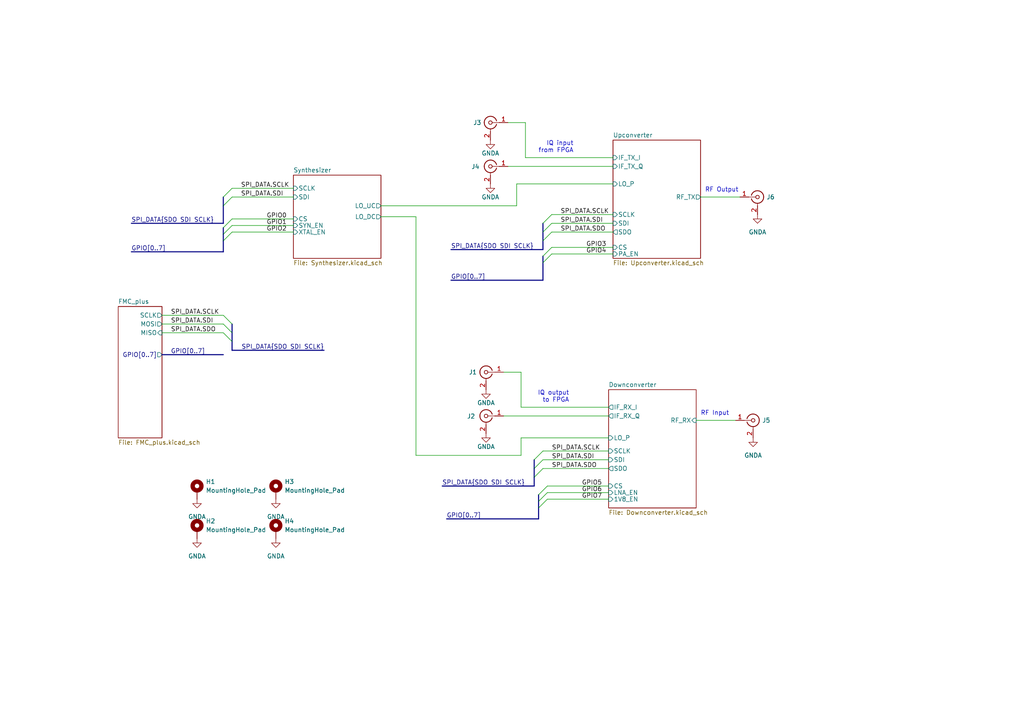
<source format=kicad_sch>
(kicad_sch (version 20211123) (generator eeschema)

  (uuid ed6240e1-cfac-4fae-9654-b32bba30f633)

  (paper "A4")

  (lib_symbols
    (symbol "Connector:Conn_Coaxial" (pin_names (offset 1.016) hide) (in_bom yes) (on_board yes)
      (property "Reference" "J" (id 0) (at 0.254 3.048 0)
        (effects (font (size 1.27 1.27)))
      )
      (property "Value" "Conn_Coaxial" (id 1) (at 2.921 0 90)
        (effects (font (size 1.27 1.27)))
      )
      (property "Footprint" "" (id 2) (at 0 0 0)
        (effects (font (size 1.27 1.27)) hide)
      )
      (property "Datasheet" " ~" (id 3) (at 0 0 0)
        (effects (font (size 1.27 1.27)) hide)
      )
      (property "ki_keywords" "BNC SMA SMB SMC LEMO coaxial connector CINCH RCA" (id 4) (at 0 0 0)
        (effects (font (size 1.27 1.27)) hide)
      )
      (property "ki_description" "coaxial connector (BNC, SMA, SMB, SMC, Cinch/RCA, LEMO, ...)" (id 5) (at 0 0 0)
        (effects (font (size 1.27 1.27)) hide)
      )
      (property "ki_fp_filters" "*BNC* *SMA* *SMB* *SMC* *Cinch* *LEMO*" (id 6) (at 0 0 0)
        (effects (font (size 1.27 1.27)) hide)
      )
      (symbol "Conn_Coaxial_0_1"
        (arc (start -1.778 -0.508) (mid 0.222 -1.808) (end 1.778 0)
          (stroke (width 0.254) (type default) (color 0 0 0 0))
          (fill (type none))
        )
        (polyline
          (pts
            (xy -2.54 0)
            (xy -0.508 0)
          )
          (stroke (width 0) (type default) (color 0 0 0 0))
          (fill (type none))
        )
        (polyline
          (pts
            (xy 0 -2.54)
            (xy 0 -1.778)
          )
          (stroke (width 0) (type default) (color 0 0 0 0))
          (fill (type none))
        )
        (circle (center 0 0) (radius 0.508)
          (stroke (width 0.2032) (type default) (color 0 0 0 0))
          (fill (type none))
        )
        (arc (start 1.778 0) (mid 0.222 1.8083) (end -1.778 0.508)
          (stroke (width 0.254) (type default) (color 0 0 0 0))
          (fill (type none))
        )
      )
      (symbol "Conn_Coaxial_1_1"
        (pin passive line (at -5.08 0 0) (length 2.54)
          (name "In" (effects (font (size 1.27 1.27))))
          (number "1" (effects (font (size 1.27 1.27))))
        )
        (pin passive line (at 0 -5.08 90) (length 2.54)
          (name "Ext" (effects (font (size 1.27 1.27))))
          (number "2" (effects (font (size 1.27 1.27))))
        )
      )
    )
    (symbol "Mechanical:MountingHole_Pad" (pin_numbers hide) (pin_names (offset 1.016) hide) (in_bom yes) (on_board yes)
      (property "Reference" "H" (id 0) (at 0 6.35 0)
        (effects (font (size 1.27 1.27)))
      )
      (property "Value" "MountingHole_Pad" (id 1) (at 0 4.445 0)
        (effects (font (size 1.27 1.27)))
      )
      (property "Footprint" "" (id 2) (at 0 0 0)
        (effects (font (size 1.27 1.27)) hide)
      )
      (property "Datasheet" "~" (id 3) (at 0 0 0)
        (effects (font (size 1.27 1.27)) hide)
      )
      (property "ki_keywords" "mounting hole" (id 4) (at 0 0 0)
        (effects (font (size 1.27 1.27)) hide)
      )
      (property "ki_description" "Mounting Hole with connection" (id 5) (at 0 0 0)
        (effects (font (size 1.27 1.27)) hide)
      )
      (property "ki_fp_filters" "MountingHole*Pad*" (id 6) (at 0 0 0)
        (effects (font (size 1.27 1.27)) hide)
      )
      (symbol "MountingHole_Pad_0_1"
        (circle (center 0 1.27) (radius 1.27)
          (stroke (width 1.27) (type default) (color 0 0 0 0))
          (fill (type none))
        )
      )
      (symbol "MountingHole_Pad_1_1"
        (pin input line (at 0 -2.54 90) (length 2.54)
          (name "1" (effects (font (size 1.27 1.27))))
          (number "1" (effects (font (size 1.27 1.27))))
        )
      )
    )
    (symbol "power:GNDA" (power) (pin_names (offset 0)) (in_bom yes) (on_board yes)
      (property "Reference" "#PWR" (id 0) (at 0 -6.35 0)
        (effects (font (size 1.27 1.27)) hide)
      )
      (property "Value" "GNDA" (id 1) (at 0 -3.81 0)
        (effects (font (size 1.27 1.27)))
      )
      (property "Footprint" "" (id 2) (at 0 0 0)
        (effects (font (size 1.27 1.27)) hide)
      )
      (property "Datasheet" "" (id 3) (at 0 0 0)
        (effects (font (size 1.27 1.27)) hide)
      )
      (property "ki_keywords" "power-flag" (id 4) (at 0 0 0)
        (effects (font (size 1.27 1.27)) hide)
      )
      (property "ki_description" "Power symbol creates a global label with name \"GNDA\" , analog ground" (id 5) (at 0 0 0)
        (effects (font (size 1.27 1.27)) hide)
      )
      (symbol "GNDA_0_1"
        (polyline
          (pts
            (xy 0 0)
            (xy 0 -1.27)
            (xy 1.27 -1.27)
            (xy 0 -2.54)
            (xy -1.27 -1.27)
            (xy 0 -1.27)
          )
          (stroke (width 0) (type default) (color 0 0 0 0))
          (fill (type none))
        )
      )
      (symbol "GNDA_1_1"
        (pin power_in line (at 0 0 270) (length 0) hide
          (name "GNDA" (effects (font (size 1.27 1.27))))
          (number "1" (effects (font (size 1.27 1.27))))
        )
      )
    )
  )


  (bus_entry (at 154.94 133.35) (size 2.54 -2.54)
    (stroke (width 0) (type default) (color 0 0 0 0))
    (uuid 0232293f-e4cf-4798-8b3a-a863ef84f1dd)
  )
  (bus_entry (at 67.31 93.98) (size -2.54 -2.54)
    (stroke (width 0) (type default) (color 0 0 0 0))
    (uuid 120186a2-fb27-48e0-8cd7-b7ca77bea6d5)
  )
  (bus_entry (at 64.77 59.69) (size 2.54 -2.54)
    (stroke (width 0) (type default) (color 0 0 0 0))
    (uuid 1e3d3dee-fea7-443d-90e7-38b155ca6216)
  )
  (bus_entry (at 64.77 69.85) (size 2.54 -2.54)
    (stroke (width 0) (type default) (color 0 0 0 0))
    (uuid 2ba9b0e7-7be5-45a8-a2b1-4a8837c8687a)
  )
  (bus_entry (at 64.77 67.945) (size 2.54 -2.54)
    (stroke (width 0) (type default) (color 0 0 0 0))
    (uuid 411faa91-84bd-4491-8ea8-638e0f6ed3a1)
  )
  (bus_entry (at 156.21 145.415) (size 2.54 -2.54)
    (stroke (width 0) (type default) (color 0 0 0 0))
    (uuid 45d3d6eb-4b49-46fc-ad1d-c264b0afd09f)
  )
  (bus_entry (at 67.31 96.52) (size -2.54 -2.54)
    (stroke (width 0) (type default) (color 0 0 0 0))
    (uuid 4872e350-79f5-4eba-be9a-0cd2da2c5512)
  )
  (bus_entry (at 64.77 57.15) (size 2.54 -2.54)
    (stroke (width 0) (type default) (color 0 0 0 0))
    (uuid 530a235b-49dc-4bbd-b281-5ad4d0964cf9)
  )
  (bus_entry (at 157.48 74.295) (size 2.54 -2.54)
    (stroke (width 0) (type default) (color 0 0 0 0))
    (uuid 6f746a14-e5c5-456b-91a7-2cea8a5bd9b1)
  )
  (bus_entry (at 156.21 147.32) (size 2.54 -2.54)
    (stroke (width 0) (type default) (color 0 0 0 0))
    (uuid 757b4bbd-925b-4247-9797-937891087b7c)
  )
  (bus_entry (at 67.31 99.06) (size -2.54 -2.54)
    (stroke (width 0) (type default) (color 0 0 0 0))
    (uuid a9b25ac0-b1f4-4b0d-86fc-bbc77a7c8400)
  )
  (bus_entry (at 154.94 135.89) (size 2.54 -2.54)
    (stroke (width 0) (type default) (color 0 0 0 0))
    (uuid abd1c7a6-c3b1-462f-91fa-eaef90f66b2c)
  )
  (bus_entry (at 157.48 64.77) (size 2.54 -2.54)
    (stroke (width 0) (type default) (color 0 0 0 0))
    (uuid bf748355-0018-48cf-b496-c2fa5e15d4f3)
  )
  (bus_entry (at 157.48 67.31) (size 2.54 -2.54)
    (stroke (width 0) (type default) (color 0 0 0 0))
    (uuid c35e1a3a-3425-40e3-92af-e715e0b3dd95)
  )
  (bus_entry (at 157.48 76.2) (size 2.54 -2.54)
    (stroke (width 0) (type default) (color 0 0 0 0))
    (uuid c57c9095-ab81-49b4-93d6-35975aceca71)
  )
  (bus_entry (at 154.94 138.43) (size 2.54 -2.54)
    (stroke (width 0) (type default) (color 0 0 0 0))
    (uuid c6a39947-2e9a-43a5-bd93-6d3919dc331a)
  )
  (bus_entry (at 157.48 69.85) (size 2.54 -2.54)
    (stroke (width 0) (type default) (color 0 0 0 0))
    (uuid eaba51f6-f88b-4a74-ade2-fe5285314511)
  )
  (bus_entry (at 156.21 143.51) (size 2.54 -2.54)
    (stroke (width 0) (type default) (color 0 0 0 0))
    (uuid face15a7-2678-4a43-a078-e123ec8502a6)
  )
  (bus_entry (at 64.77 66.04) (size 2.54 -2.54)
    (stroke (width 0) (type default) (color 0 0 0 0))
    (uuid fd91e268-8ae2-49e7-b8ce-168edd97b620)
  )

  (wire (pts (xy 157.48 133.35) (xy 176.53 133.35))
    (stroke (width 0) (type default) (color 0 0 0 0))
    (uuid 02c8638f-ffd3-4645-9f03-e6f8483e9ca8)
  )
  (wire (pts (xy 149.86 59.69) (xy 149.86 53.34))
    (stroke (width 0) (type default) (color 0 0 0 0))
    (uuid 02fe1828-a083-47f4-b20a-178e3b1217a9)
  )
  (wire (pts (xy 158.75 142.875) (xy 176.53 142.875))
    (stroke (width 0) (type default) (color 0 0 0 0))
    (uuid 0361c7bc-b507-4f46-b47f-77102360a2ec)
  )
  (bus (pts (xy 128.27 140.97) (xy 154.94 140.97))
    (stroke (width 0) (type default) (color 0 0 0 0))
    (uuid 079d12db-efdb-4762-b070-372a50dd123a)
  )

  (wire (pts (xy 177.8 45.72) (xy 152.4 45.72))
    (stroke (width 0) (type default) (color 0 0 0 0))
    (uuid 0fdbad05-0299-470b-9faf-bf864b01ed6b)
  )
  (bus (pts (xy 129.54 150.495) (xy 156.21 150.495))
    (stroke (width 0) (type default) (color 0 0 0 0))
    (uuid 123411f3-ae2a-41ef-b9fb-62abca9e3b90)
  )

  (wire (pts (xy 203.2 57.15) (xy 214.63 57.15))
    (stroke (width 0) (type default) (color 0 0 0 0))
    (uuid 151a107b-4b6d-4e1b-af08-d338d5e610dc)
  )
  (bus (pts (xy 67.31 93.98) (xy 67.31 96.52))
    (stroke (width 0) (type default) (color 0 0 0 0))
    (uuid 168f1dc3-dfd8-4509-934f-3bfb470e8824)
  )

  (wire (pts (xy 146.05 120.65) (xy 176.53 120.65))
    (stroke (width 0) (type default) (color 0 0 0 0))
    (uuid 1765678d-b91f-47c0-9528-c920812b2ed9)
  )
  (bus (pts (xy 157.48 67.31) (xy 157.48 69.85))
    (stroke (width 0) (type default) (color 0 0 0 0))
    (uuid 186abd38-c224-4b30-bcfd-119ed810d3e5)
  )

  (wire (pts (xy 110.49 59.69) (xy 149.86 59.69))
    (stroke (width 0) (type default) (color 0 0 0 0))
    (uuid 18e10088-7e9e-44b4-adf1-8e44f8673585)
  )
  (bus (pts (xy 157.48 74.295) (xy 157.48 76.2))
    (stroke (width 0) (type default) (color 0 0 0 0))
    (uuid 1ca521de-2c21-41b1-a04c-b4fd26697562)
  )

  (wire (pts (xy 64.77 93.98) (xy 46.99 93.98))
    (stroke (width 0) (type default) (color 0 0 0 0))
    (uuid 292ea861-548b-43a3-a700-9f99e42ffbdf)
  )
  (wire (pts (xy 160.02 71.755) (xy 177.8 71.755))
    (stroke (width 0) (type default) (color 0 0 0 0))
    (uuid 2930e416-7952-4bdb-9301-95a8fe2c3da3)
  )
  (bus (pts (xy 38.1 73.025) (xy 64.77 73.025))
    (stroke (width 0) (type default) (color 0 0 0 0))
    (uuid 2df01433-8a62-489f-97ea-1d412d2a5589)
  )

  (wire (pts (xy 201.93 121.92) (xy 213.36 121.92))
    (stroke (width 0) (type default) (color 0 0 0 0))
    (uuid 322cd9f7-8562-4a6c-8b6c-9efc97e92042)
  )
  (wire (pts (xy 147.32 48.26) (xy 177.8 48.26))
    (stroke (width 0) (type default) (color 0 0 0 0))
    (uuid 34c64644-929e-4f5d-b089-6c65368023b5)
  )
  (wire (pts (xy 151.13 132.08) (xy 151.13 127))
    (stroke (width 0) (type default) (color 0 0 0 0))
    (uuid 3a1261d7-72c7-4408-b8b7-6dbd04edd946)
  )
  (wire (pts (xy 160.02 73.66) (xy 177.8 73.66))
    (stroke (width 0) (type default) (color 0 0 0 0))
    (uuid 3e30d4bd-05a1-4fb3-9f46-04653ad1957f)
  )
  (bus (pts (xy 156.21 143.51) (xy 156.21 145.415))
    (stroke (width 0) (type default) (color 0 0 0 0))
    (uuid 42b32411-eaac-4681-bb83-f031ecb02362)
  )

  (wire (pts (xy 151.13 118.11) (xy 151.13 107.95))
    (stroke (width 0) (type default) (color 0 0 0 0))
    (uuid 47c0fd64-97d3-41d3-bd8d-134fbd9f0b8f)
  )
  (wire (pts (xy 152.4 45.72) (xy 152.4 35.56))
    (stroke (width 0) (type default) (color 0 0 0 0))
    (uuid 4e06f55b-868a-4e41-a177-79bd2302a774)
  )
  (bus (pts (xy 64.77 59.69) (xy 64.77 64.77))
    (stroke (width 0) (type default) (color 0 0 0 0))
    (uuid 4ff65ce7-27da-4c70-bf4c-db1a0e752624)
  )

  (wire (pts (xy 67.31 67.31) (xy 85.09 67.31))
    (stroke (width 0) (type default) (color 0 0 0 0))
    (uuid 550818be-0da9-4553-83cb-92a69be4e7d8)
  )
  (wire (pts (xy 176.53 118.11) (xy 151.13 118.11))
    (stroke (width 0) (type default) (color 0 0 0 0))
    (uuid 569b30c2-5ec4-4204-9700-0159a3d91141)
  )
  (wire (pts (xy 157.48 135.89) (xy 176.53 135.89))
    (stroke (width 0) (type default) (color 0 0 0 0))
    (uuid 597c4289-64eb-42ae-9e14-95584993674c)
  )
  (bus (pts (xy 156.21 145.415) (xy 156.21 147.32))
    (stroke (width 0) (type default) (color 0 0 0 0))
    (uuid 5aea5c30-2615-45a2-9d03-eb1b9df5b3e2)
  )

  (wire (pts (xy 151.13 107.95) (xy 146.05 107.95))
    (stroke (width 0) (type default) (color 0 0 0 0))
    (uuid 66a7bf09-ec2e-489a-b577-26bc5dbd6858)
  )
  (wire (pts (xy 120.65 132.08) (xy 151.13 132.08))
    (stroke (width 0) (type default) (color 0 0 0 0))
    (uuid 68c5b918-cb44-49cb-a277-76b812769aa4)
  )
  (wire (pts (xy 110.49 62.865) (xy 120.65 62.865))
    (stroke (width 0) (type default) (color 0 0 0 0))
    (uuid 6906b7ad-da6c-459a-a518-36acd59c7e31)
  )
  (bus (pts (xy 64.77 57.15) (xy 64.77 59.69))
    (stroke (width 0) (type default) (color 0 0 0 0))
    (uuid 6e3ef2e4-959e-4062-be65-951f55beceeb)
  )

  (wire (pts (xy 67.31 63.5) (xy 85.09 63.5))
    (stroke (width 0) (type default) (color 0 0 0 0))
    (uuid 735fc7e7-7da3-4324-9760-50b6608de559)
  )
  (bus (pts (xy 157.48 64.77) (xy 157.48 67.31))
    (stroke (width 0) (type default) (color 0 0 0 0))
    (uuid 7f32dab6-a8c3-4f98-9433-0ecb3061d25e)
  )

  (wire (pts (xy 158.75 140.97) (xy 176.53 140.97))
    (stroke (width 0) (type default) (color 0 0 0 0))
    (uuid 7f66126e-7da3-41ff-bf1a-99d5e88bcb08)
  )
  (wire (pts (xy 67.31 65.405) (xy 85.09 65.405))
    (stroke (width 0) (type default) (color 0 0 0 0))
    (uuid 7fd038bd-a247-4a9d-ac91-bd54660a553c)
  )
  (bus (pts (xy 67.31 99.06) (xy 67.31 101.6))
    (stroke (width 0) (type default) (color 0 0 0 0))
    (uuid 813eeccc-a1a5-4081-b847-593d260149ca)
  )
  (bus (pts (xy 154.94 135.89) (xy 154.94 138.43))
    (stroke (width 0) (type default) (color 0 0 0 0))
    (uuid 8857975d-6944-4992-a3db-632f09131b63)
  )
  (bus (pts (xy 157.48 76.2) (xy 157.48 81.28))
    (stroke (width 0) (type default) (color 0 0 0 0))
    (uuid 8b15324c-1c0e-4d5a-be4a-7c2eadc568d1)
  )

  (wire (pts (xy 64.77 96.52) (xy 46.99 96.52))
    (stroke (width 0) (type default) (color 0 0 0 0))
    (uuid 8c2e9db9-9fe6-4832-bffd-c690cb7dd3da)
  )
  (wire (pts (xy 160.02 64.77) (xy 177.8 64.77))
    (stroke (width 0) (type default) (color 0 0 0 0))
    (uuid 9305b710-ff8b-4874-8273-d5ffcf6f0df9)
  )
  (bus (pts (xy 38.1 64.77) (xy 64.77 64.77))
    (stroke (width 0) (type default) (color 0 0 0 0))
    (uuid 99c40715-b76b-4363-8b23-5a499caf8db9)
  )

  (wire (pts (xy 152.4 35.56) (xy 147.32 35.56))
    (stroke (width 0) (type default) (color 0 0 0 0))
    (uuid 9aa470ee-750d-4642-a5db-4aedcfe2c641)
  )
  (bus (pts (xy 46.99 102.87) (xy 64.77 102.87))
    (stroke (width 0) (type default) (color 0 0 0 0))
    (uuid 9fff3dfb-3868-4adf-874e-f6927e69d3d2)
  )

  (wire (pts (xy 149.86 53.34) (xy 177.8 53.34))
    (stroke (width 0) (type default) (color 0 0 0 0))
    (uuid a34d114d-e793-4ea1-a7d2-120ab2a516e9)
  )
  (bus (pts (xy 64.77 67.945) (xy 64.77 69.85))
    (stroke (width 0) (type default) (color 0 0 0 0))
    (uuid aa23fb14-13b1-4cb4-ba5b-c73e084f502d)
  )
  (bus (pts (xy 156.21 147.32) (xy 156.21 150.495))
    (stroke (width 0) (type default) (color 0 0 0 0))
    (uuid b858d7e4-effd-492d-86c0-eee7a1fd5e67)
  )

  (wire (pts (xy 160.02 62.23) (xy 177.8 62.23))
    (stroke (width 0) (type default) (color 0 0 0 0))
    (uuid b8e1f647-f2b0-4fb0-970a-e925cf9233f3)
  )
  (bus (pts (xy 64.77 66.04) (xy 64.77 67.945))
    (stroke (width 0) (type default) (color 0 0 0 0))
    (uuid bef43131-0e66-4785-9105-60841735055a)
  )

  (wire (pts (xy 160.02 67.31) (xy 177.8 67.31))
    (stroke (width 0) (type default) (color 0 0 0 0))
    (uuid c1977834-8187-4da6-9989-a724e5771071)
  )
  (bus (pts (xy 130.81 81.28) (xy 157.48 81.28))
    (stroke (width 0) (type default) (color 0 0 0 0))
    (uuid c346bd99-2125-4188-afa7-4cf9bc29672f)
  )

  (wire (pts (xy 120.65 62.865) (xy 120.65 132.08))
    (stroke (width 0) (type default) (color 0 0 0 0))
    (uuid c402b645-b5ce-4a01-9b2e-e81d31f3b022)
  )
  (bus (pts (xy 64.77 69.85) (xy 64.77 73.025))
    (stroke (width 0) (type default) (color 0 0 0 0))
    (uuid c41bca59-90cd-441b-bd21-8e1e3390cafc)
  )
  (bus (pts (xy 67.31 96.52) (xy 67.31 99.06))
    (stroke (width 0) (type default) (color 0 0 0 0))
    (uuid c76894dd-27aa-426e-b88e-6f6058091896)
  )

  (wire (pts (xy 157.48 130.81) (xy 176.53 130.81))
    (stroke (width 0) (type default) (color 0 0 0 0))
    (uuid c9a55e4f-9773-48a6-8260-97458319e951)
  )
  (wire (pts (xy 67.31 54.61) (xy 85.09 54.61))
    (stroke (width 0) (type default) (color 0 0 0 0))
    (uuid d1c7059b-51f7-46c5-b955-7f8b6285c0be)
  )
  (wire (pts (xy 158.75 144.78) (xy 176.53 144.78))
    (stroke (width 0) (type default) (color 0 0 0 0))
    (uuid d1ef3236-a223-4969-9b4b-7d5495c744e2)
  )
  (bus (pts (xy 130.81 72.39) (xy 157.48 72.39))
    (stroke (width 0) (type default) (color 0 0 0 0))
    (uuid dfa9cbb6-1a1c-4047-a8aa-ef3f0382b64f)
  )

  (wire (pts (xy 64.77 91.44) (xy 46.99 91.44))
    (stroke (width 0) (type default) (color 0 0 0 0))
    (uuid e5238da4-4bf8-470b-b579-2f72c6251a9d)
  )
  (bus (pts (xy 154.94 133.35) (xy 154.94 135.89))
    (stroke (width 0) (type default) (color 0 0 0 0))
    (uuid e7bdb060-f27a-4394-9efb-6db3c2001cd0)
  )
  (bus (pts (xy 93.98 101.6) (xy 67.31 101.6))
    (stroke (width 0) (type default) (color 0 0 0 0))
    (uuid e914db5a-78d4-4675-9501-391b73b768ce)
  )

  (wire (pts (xy 151.13 127) (xy 176.53 127))
    (stroke (width 0) (type default) (color 0 0 0 0))
    (uuid f3624bfa-d830-410e-9b26-0b2c98acbb71)
  )
  (wire (pts (xy 67.31 57.15) (xy 85.09 57.15))
    (stroke (width 0) (type default) (color 0 0 0 0))
    (uuid f7467362-26e9-4066-bc2d-a4cb8e0de1e1)
  )
  (bus (pts (xy 157.48 69.85) (xy 157.48 72.39))
    (stroke (width 0) (type default) (color 0 0 0 0))
    (uuid f9d898b3-e161-4cce-99b9-508ec2b757b6)
  )
  (bus (pts (xy 154.94 138.43) (xy 154.94 140.97))
    (stroke (width 0) (type default) (color 0 0 0 0))
    (uuid fd7a7700-e402-4992-86f4-c6f45a068017)
  )

  (text "IQ input\nfrom FPGA\n" (at 166.37 44.45 180)
    (effects (font (size 1.27 1.27)) (justify right bottom))
    (uuid ca864060-af91-49f3-815c-fe312bb8be96)
  )
  (text "RF Output" (at 204.47 55.88 0)
    (effects (font (size 1.27 1.27)) (justify left bottom))
    (uuid d8c045fa-8033-4ea8-b4db-6f779efa7a58)
  )
  (text "RF Input\n" (at 203.2 120.65 0)
    (effects (font (size 1.27 1.27)) (justify left bottom))
    (uuid e98ccbcd-1522-49a1-9a8d-1e2a89c69c57)
  )
  (text "IQ output\nto FPGA\n" (at 165.1 116.84 180)
    (effects (font (size 1.27 1.27)) (justify right bottom))
    (uuid fdc09e36-64c8-4f69-8cea-141db3751ec3)
  )

  (label "GPIO1" (at 83.185 65.405 180)
    (effects (font (size 1.27 1.27)) (justify right bottom))
    (uuid 11969ae2-d0da-4697-9032-fde06529accd)
  )
  (label "SPI_DATA.SCLK" (at 160.02 130.81 0)
    (effects (font (size 1.27 1.27)) (justify left bottom))
    (uuid 14f3a293-823b-47d4-addc-9b3311b1809b)
  )
  (label "SPI_DATA.SCLK" (at 49.53 91.44 0)
    (effects (font (size 1.27 1.27)) (justify left bottom))
    (uuid 20a87b0b-310c-4823-ab89-6c65bca777e9)
  )
  (label "GPIO5" (at 174.625 140.97 180)
    (effects (font (size 1.27 1.27)) (justify right bottom))
    (uuid 26444189-0bac-431e-8b2e-871ddfc983a4)
  )
  (label "GPIO[0..7]" (at 49.53 102.87 0)
    (effects (font (size 1.27 1.27)) (justify left bottom))
    (uuid 29944ee1-eac4-461e-bdf1-cd9a39ce9b4c)
  )
  (label "SPI_DATA{SDO SDI SCLK}" (at 130.81 72.39 0)
    (effects (font (size 1.27 1.27)) (justify left bottom))
    (uuid 4a52d3ed-bd45-4288-b607-ed408964cbe7)
  )
  (label "SPI_DATA.SDI" (at 69.85 57.15 0)
    (effects (font (size 1.27 1.27)) (justify left bottom))
    (uuid 54d0c099-0680-48de-ad39-c5f71e29fc5a)
  )
  (label "SPI_DATA.SDO" (at 160.02 135.89 0)
    (effects (font (size 1.27 1.27)) (justify left bottom))
    (uuid 57c6cad5-ca42-4b1b-829a-f45483fd89e9)
  )
  (label "SPI_DATA.SDO" (at 49.53 96.52 0)
    (effects (font (size 1.27 1.27)) (justify left bottom))
    (uuid 64140be1-4557-4765-a7b6-f16d9789f933)
  )
  (label "GPIO[0..7]" (at 129.54 150.495 0)
    (effects (font (size 1.27 1.27)) (justify left bottom))
    (uuid 72192568-be87-4449-bdc1-7bf40ec73acf)
  )
  (label "GPIO3" (at 175.895 71.755 180)
    (effects (font (size 1.27 1.27)) (justify right bottom))
    (uuid 76e74c47-a5a8-41ca-9e7c-f9a78fa90a2d)
  )
  (label "GPIO0" (at 83.185 63.5 180)
    (effects (font (size 1.27 1.27)) (justify right bottom))
    (uuid 7758f70d-e6cb-4c09-9604-eea649e88d6c)
  )
  (label "SPI_DATA.SDO" (at 162.56 67.31 0)
    (effects (font (size 1.27 1.27)) (justify left bottom))
    (uuid 7b5082b0-c6ad-4b1b-9f6d-e9c5089e4920)
  )
  (label "SPI_DATA{SDO SDI SCLK}" (at 128.27 140.97 0)
    (effects (font (size 1.27 1.27)) (justify left bottom))
    (uuid 7e302309-ab5c-4a23-a86e-22a011c1c278)
  )
  (label "SPI_DATA.SCLK" (at 69.85 54.61 0)
    (effects (font (size 1.27 1.27)) (justify left bottom))
    (uuid 8562b3af-d345-4df2-a7a4-a3da3df08094)
  )
  (label "GPIO2" (at 83.185 67.31 180)
    (effects (font (size 1.27 1.27)) (justify right bottom))
    (uuid 9273e2bb-e404-498c-8065-ddd7a34d7e43)
  )
  (label "SPI_DATA.SCLK" (at 162.56 62.23 0)
    (effects (font (size 1.27 1.27)) (justify left bottom))
    (uuid 96ea6726-490e-4064-9f18-7981b5225fe1)
  )
  (label "SPI_DATA.SDI" (at 162.56 64.77 0)
    (effects (font (size 1.27 1.27)) (justify left bottom))
    (uuid abc945e7-47d7-4abe-b07b-4427a141ef37)
  )
  (label "SPI_DATA.SDI" (at 49.53 93.98 0)
    (effects (font (size 1.27 1.27)) (justify left bottom))
    (uuid b4b18459-205e-4029-9a3e-1b9cc867576a)
  )
  (label "GPIO4" (at 175.895 73.66 180)
    (effects (font (size 1.27 1.27)) (justify right bottom))
    (uuid b7ac4e5d-2ffd-4b62-bfe2-d6e40bd8b8d6)
  )
  (label "GPIO[0..7]" (at 130.81 81.28 0)
    (effects (font (size 1.27 1.27)) (justify left bottom))
    (uuid b8637e89-4c15-4810-aece-e7d61fdfb21e)
  )
  (label "SPI_DATA.SDI" (at 160.02 133.35 0)
    (effects (font (size 1.27 1.27)) (justify left bottom))
    (uuid c65497ff-f505-463f-8ff9-b0c8c20c584d)
  )
  (label "GPIO6" (at 174.625 142.875 180)
    (effects (font (size 1.27 1.27)) (justify right bottom))
    (uuid d18a82a8-fabd-4494-83d9-96e2a4ed54b5)
  )
  (label "GPIO7" (at 174.625 144.78 180)
    (effects (font (size 1.27 1.27)) (justify right bottom))
    (uuid ea22a22e-e49a-47ed-9c35-c3a38fcacf88)
  )
  (label "SPI_DATA{SDO SDI SCLK}" (at 38.1 64.77 0)
    (effects (font (size 1.27 1.27)) (justify left bottom))
    (uuid ecd21f8d-5041-4379-a2b6-63a3e4fbbaa7)
  )
  (label "GPIO[0..7]" (at 38.1 73.025 0)
    (effects (font (size 1.27 1.27)) (justify left bottom))
    (uuid f0bee0db-c228-4d5c-bb29-47dc051bfaa8)
  )
  (label "SPI_DATA{SDO SDI SCLK}" (at 93.98 101.6 180)
    (effects (font (size 1.27 1.27)) (justify right bottom))
    (uuid f706b5b0-dc5c-45e5-86b2-f6cd8696e57d)
  )

  (symbol (lib_id "Connector:Conn_Coaxial") (at 219.71 57.15 0) (unit 1)
    (in_bom yes) (on_board yes)
    (uuid 004f4c13-dbbe-4d52-a5e4-79d8afa5261e)
    (property "Reference" "J6" (id 0) (at 223.52 57.15 0))
    (property "Value" "J" (id 1) (at 223.52 59.69 0)
      (effects (font (size 1.27 1.27)) hide)
    )
    (property "Footprint" "S23_16_Library:1092-0xA-14" (id 2) (at 219.71 57.15 0)
      (effects (font (size 1.27 1.27)) hide)
    )
    (property "Datasheet" " ~" (id 3) (at 219.71 57.15 0)
      (effects (font (size 1.27 1.27)) hide)
    )
    (pin "1" (uuid 715d83b1-8642-4a3a-b899-01f8678c9f15))
    (pin "2" (uuid 3f2c7c21-521f-492e-887a-9bf2197b1e12))
  )

  (symbol (lib_id "Mechanical:MountingHole_Pad") (at 57.15 153.67 0) (unit 1)
    (in_bom yes) (on_board yes) (fields_autoplaced)
    (uuid 1457f3e5-b870-4767-9a77-cea262ab3680)
    (property "Reference" "H2" (id 0) (at 59.69 151.1299 0)
      (effects (font (size 1.27 1.27)) (justify left))
    )
    (property "Value" "MountingHole_Pad" (id 1) (at 59.69 153.6699 0)
      (effects (font (size 1.27 1.27)) (justify left))
    )
    (property "Footprint" "MountingHole:MountingHole_3.2mm_M3_Pad_TopBottom" (id 2) (at 57.15 153.67 0)
      (effects (font (size 1.27 1.27)) hide)
    )
    (property "Datasheet" "~" (id 3) (at 57.15 153.67 0)
      (effects (font (size 1.27 1.27)) hide)
    )
    (pin "1" (uuid 0ecb2ea0-e33e-4b16-8c4b-28dcd2873e67))
  )

  (symbol (lib_id "Connector:Conn_Coaxial") (at 218.44 121.92 0) (unit 1)
    (in_bom yes) (on_board yes)
    (uuid 266078b4-8d24-4843-8fa9-6d855abd5b06)
    (property "Reference" "J5" (id 0) (at 222.25 121.92 0))
    (property "Value" "J" (id 1) (at 222.25 124.46 0)
      (effects (font (size 1.27 1.27)) hide)
    )
    (property "Footprint" "S23_16_Library:1092-0xA-14" (id 2) (at 218.44 121.92 0)
      (effects (font (size 1.27 1.27)) hide)
    )
    (property "Datasheet" " ~" (id 3) (at 218.44 121.92 0)
      (effects (font (size 1.27 1.27)) hide)
    )
    (pin "1" (uuid d47327ea-504c-445b-846d-8fd8e68f648a))
    (pin "2" (uuid f9825c54-ec35-4ce6-be65-cdb67ad317a6))
  )

  (symbol (lib_id "Connector:Conn_Coaxial") (at 142.24 48.26 0) (mirror y) (unit 1)
    (in_bom yes) (on_board yes)
    (uuid 26adaa96-e349-4b46-ba2b-57f48301f778)
    (property "Reference" "J4" (id 0) (at 137.8923 48.3485 0))
    (property "Value" "J" (id 1) (at 139.7 50.8 0)
      (effects (font (size 1.27 1.27)) hide)
    )
    (property "Footprint" "Connector_Coaxial:SMA_Samtec_SMA-J-P-X-ST-EM1_EdgeMount" (id 2) (at 142.24 48.26 0)
      (effects (font (size 1.27 1.27)) hide)
    )
    (property "Datasheet" " ~" (id 3) (at 142.24 48.26 0)
      (effects (font (size 1.27 1.27)) hide)
    )
    (pin "1" (uuid f1bcc619-5f6e-4240-b6ea-2e2cf8f00b5d))
    (pin "2" (uuid a48f13d9-31ea-48c7-aa29-4fc4745de431))
  )

  (symbol (lib_id "Connector:Conn_Coaxial") (at 140.97 120.65 0) (mirror y) (unit 1)
    (in_bom yes) (on_board yes)
    (uuid 3d1bc37a-8848-4562-acab-44602be32e85)
    (property "Reference" "J2" (id 0) (at 136.6223 120.7385 0))
    (property "Value" "J" (id 1) (at 138.43 123.19 0)
      (effects (font (size 1.27 1.27)) hide)
    )
    (property "Footprint" "Connector_Coaxial:SMA_Samtec_SMA-J-P-X-ST-EM1_EdgeMount" (id 2) (at 140.97 120.65 0)
      (effects (font (size 1.27 1.27)) hide)
    )
    (property "Datasheet" " ~" (id 3) (at 140.97 120.65 0)
      (effects (font (size 1.27 1.27)) hide)
    )
    (pin "1" (uuid 4584a9ad-fed7-41d9-9697-6c5adbd24480))
    (pin "2" (uuid 4a2130f9-fe00-4e35-abc6-9dfdc1eb9764))
  )

  (symbol (lib_id "power:GNDA") (at 142.24 53.34 0) (mirror y) (unit 1)
    (in_bom yes) (on_board yes)
    (uuid 51ba56a1-0d7b-4c94-a314-e1b413de8339)
    (property "Reference" "#PWR08" (id 0) (at 142.24 59.69 0)
      (effects (font (size 1.27 1.27)) hide)
    )
    (property "Value" "GNDA" (id 1) (at 142.24 57.15 0))
    (property "Footprint" "" (id 2) (at 142.24 53.34 0)
      (effects (font (size 1.27 1.27)) hide)
    )
    (property "Datasheet" "" (id 3) (at 142.24 53.34 0)
      (effects (font (size 1.27 1.27)) hide)
    )
    (pin "1" (uuid f2dd335c-9013-4a23-a1ed-fa1bab95d2fa))
  )

  (symbol (lib_id "power:GNDA") (at 218.44 127 0) (unit 1)
    (in_bom yes) (on_board yes) (fields_autoplaced)
    (uuid 54580cdd-0ed3-4ec9-925a-15ff3bd93a77)
    (property "Reference" "#PWR09" (id 0) (at 218.44 133.35 0)
      (effects (font (size 1.27 1.27)) hide)
    )
    (property "Value" "GNDA" (id 1) (at 218.44 132.08 0))
    (property "Footprint" "" (id 2) (at 218.44 127 0)
      (effects (font (size 1.27 1.27)) hide)
    )
    (property "Datasheet" "" (id 3) (at 218.44 127 0)
      (effects (font (size 1.27 1.27)) hide)
    )
    (pin "1" (uuid d38dd518-43d2-4b8b-955d-cf849ac45a17))
  )

  (symbol (lib_id "Mechanical:MountingHole_Pad") (at 80.01 142.24 0) (unit 1)
    (in_bom yes) (on_board yes) (fields_autoplaced)
    (uuid 59408fba-fc04-41ea-ae1c-464442a617e1)
    (property "Reference" "H3" (id 0) (at 82.55 139.6999 0)
      (effects (font (size 1.27 1.27)) (justify left))
    )
    (property "Value" "MountingHole_Pad" (id 1) (at 82.55 142.2399 0)
      (effects (font (size 1.27 1.27)) (justify left))
    )
    (property "Footprint" "MountingHole:MountingHole_3.2mm_M3_Pad_TopBottom" (id 2) (at 80.01 142.24 0)
      (effects (font (size 1.27 1.27)) hide)
    )
    (property "Datasheet" "~" (id 3) (at 80.01 142.24 0)
      (effects (font (size 1.27 1.27)) hide)
    )
    (pin "1" (uuid 417aad04-bd34-4398-9c6a-bb55059a3060))
  )

  (symbol (lib_id "power:GNDA") (at 140.97 113.03 0) (mirror y) (unit 1)
    (in_bom yes) (on_board yes)
    (uuid 6575d4ef-f2a2-46e0-a0a1-282bede24da2)
    (property "Reference" "#PWR05" (id 0) (at 140.97 119.38 0)
      (effects (font (size 1.27 1.27)) hide)
    )
    (property "Value" "GNDA" (id 1) (at 140.97 116.84 0))
    (property "Footprint" "" (id 2) (at 140.97 113.03 0)
      (effects (font (size 1.27 1.27)) hide)
    )
    (property "Datasheet" "" (id 3) (at 140.97 113.03 0)
      (effects (font (size 1.27 1.27)) hide)
    )
    (pin "1" (uuid efd08b14-070a-4500-878a-edbab5f223f7))
  )

  (symbol (lib_id "power:GNDA") (at 219.71 62.23 0) (unit 1)
    (in_bom yes) (on_board yes) (fields_autoplaced)
    (uuid 668b4ce8-87b0-44dd-9870-fcf99386d8c6)
    (property "Reference" "#PWR010" (id 0) (at 219.71 68.58 0)
      (effects (font (size 1.27 1.27)) hide)
    )
    (property "Value" "GNDA" (id 1) (at 219.71 67.31 0))
    (property "Footprint" "" (id 2) (at 219.71 62.23 0)
      (effects (font (size 1.27 1.27)) hide)
    )
    (property "Datasheet" "" (id 3) (at 219.71 62.23 0)
      (effects (font (size 1.27 1.27)) hide)
    )
    (pin "1" (uuid 82fe752a-8c03-4fa2-b752-8cbf73e1fb60))
  )

  (symbol (lib_id "Connector:Conn_Coaxial") (at 140.97 107.95 0) (mirror y) (unit 1)
    (in_bom yes) (on_board yes)
    (uuid 67aa94e8-950d-4da9-a1eb-70db44291cc5)
    (property "Reference" "J1" (id 0) (at 137.16 107.95 0))
    (property "Value" "J" (id 1) (at 138.43 110.49 0)
      (effects (font (size 1.27 1.27)) hide)
    )
    (property "Footprint" "Connector_Coaxial:SMA_Samtec_SMA-J-P-X-ST-EM1_EdgeMount" (id 2) (at 140.97 107.95 0)
      (effects (font (size 1.27 1.27)) hide)
    )
    (property "Datasheet" " ~" (id 3) (at 140.97 107.95 0)
      (effects (font (size 1.27 1.27)) hide)
    )
    (pin "1" (uuid ab35804b-69c2-4ac3-ab1a-2bc860cf0611))
    (pin "2" (uuid c1e77b8d-effa-4536-bcbe-8e4573430729))
  )

  (symbol (lib_id "Mechanical:MountingHole_Pad") (at 57.15 142.24 0) (unit 1)
    (in_bom yes) (on_board yes) (fields_autoplaced)
    (uuid 715a0fad-db38-4ac6-8ba4-ad5f7211a142)
    (property "Reference" "H1" (id 0) (at 59.69 139.6999 0)
      (effects (font (size 1.27 1.27)) (justify left))
    )
    (property "Value" "MountingHole_Pad" (id 1) (at 59.69 142.2399 0)
      (effects (font (size 1.27 1.27)) (justify left))
    )
    (property "Footprint" "MountingHole:MountingHole_3.2mm_M3_Pad_TopBottom" (id 2) (at 57.15 142.24 0)
      (effects (font (size 1.27 1.27)) hide)
    )
    (property "Datasheet" "~" (id 3) (at 57.15 142.24 0)
      (effects (font (size 1.27 1.27)) hide)
    )
    (pin "1" (uuid d85f26d3-b972-44aa-a493-0b5135b6b227))
  )

  (symbol (lib_id "power:GNDA") (at 57.15 156.21 0) (unit 1)
    (in_bom yes) (on_board yes) (fields_autoplaced)
    (uuid 7624cd8f-7648-4afd-9e3d-8634cd887e0d)
    (property "Reference" "#PWR02" (id 0) (at 57.15 162.56 0)
      (effects (font (size 1.27 1.27)) hide)
    )
    (property "Value" "GNDA" (id 1) (at 57.15 161.29 0))
    (property "Footprint" "" (id 2) (at 57.15 156.21 0)
      (effects (font (size 1.27 1.27)) hide)
    )
    (property "Datasheet" "" (id 3) (at 57.15 156.21 0)
      (effects (font (size 1.27 1.27)) hide)
    )
    (pin "1" (uuid 54bbf157-a7d5-4747-b541-bf98d77fd702))
  )

  (symbol (lib_id "power:GNDA") (at 140.97 125.73 0) (mirror y) (unit 1)
    (in_bom yes) (on_board yes)
    (uuid 771b6dae-bcd1-45ea-98a6-068947548c0e)
    (property "Reference" "#PWR06" (id 0) (at 140.97 132.08 0)
      (effects (font (size 1.27 1.27)) hide)
    )
    (property "Value" "GNDA" (id 1) (at 140.97 129.54 0))
    (property "Footprint" "" (id 2) (at 140.97 125.73 0)
      (effects (font (size 1.27 1.27)) hide)
    )
    (property "Datasheet" "" (id 3) (at 140.97 125.73 0)
      (effects (font (size 1.27 1.27)) hide)
    )
    (pin "1" (uuid 33156568-eecd-4e94-b176-94234a4803c0))
  )

  (symbol (lib_id "Connector:Conn_Coaxial") (at 142.24 35.56 0) (mirror y) (unit 1)
    (in_bom yes) (on_board yes)
    (uuid b002b90c-19d0-442d-8e79-d0c01a68502e)
    (property "Reference" "J3" (id 0) (at 138.43 35.56 0))
    (property "Value" "J" (id 1) (at 139.7 38.1 0)
      (effects (font (size 1.27 1.27)) hide)
    )
    (property "Footprint" "Connector_Coaxial:SMA_Samtec_SMA-J-P-X-ST-EM1_EdgeMount" (id 2) (at 142.24 35.56 0)
      (effects (font (size 1.27 1.27)) hide)
    )
    (property "Datasheet" " ~" (id 3) (at 142.24 35.56 0)
      (effects (font (size 1.27 1.27)) hide)
    )
    (pin "1" (uuid 38015d25-6c13-48c2-81c3-c89c592781d8))
    (pin "2" (uuid 1573ddfe-fe7f-468c-831d-677ab7987232))
  )

  (symbol (lib_id "power:GNDA") (at 80.01 156.21 0) (unit 1)
    (in_bom yes) (on_board yes) (fields_autoplaced)
    (uuid b60285c8-b32b-41c4-a76a-265f4e87a372)
    (property "Reference" "#PWR04" (id 0) (at 80.01 162.56 0)
      (effects (font (size 1.27 1.27)) hide)
    )
    (property "Value" "GNDA" (id 1) (at 80.01 161.29 0))
    (property "Footprint" "" (id 2) (at 80.01 156.21 0)
      (effects (font (size 1.27 1.27)) hide)
    )
    (property "Datasheet" "" (id 3) (at 80.01 156.21 0)
      (effects (font (size 1.27 1.27)) hide)
    )
    (pin "1" (uuid 94f9af2f-13af-4fb9-8a08-a542a0f69567))
  )

  (symbol (lib_id "power:GNDA") (at 57.15 144.78 0) (unit 1)
    (in_bom yes) (on_board yes) (fields_autoplaced)
    (uuid c6999cef-bdb1-4843-badd-b0aee91e0d93)
    (property "Reference" "#PWR01" (id 0) (at 57.15 151.13 0)
      (effects (font (size 1.27 1.27)) hide)
    )
    (property "Value" "GNDA" (id 1) (at 57.15 149.86 0))
    (property "Footprint" "" (id 2) (at 57.15 144.78 0)
      (effects (font (size 1.27 1.27)) hide)
    )
    (property "Datasheet" "" (id 3) (at 57.15 144.78 0)
      (effects (font (size 1.27 1.27)) hide)
    )
    (pin "1" (uuid 87bec57c-06a4-4335-b4d0-31875dad4154))
  )

  (symbol (lib_id "power:GNDA") (at 80.01 144.78 0) (unit 1)
    (in_bom yes) (on_board yes) (fields_autoplaced)
    (uuid cccb99a1-aa91-4d85-9068-06a3ad289890)
    (property "Reference" "#PWR03" (id 0) (at 80.01 151.13 0)
      (effects (font (size 1.27 1.27)) hide)
    )
    (property "Value" "GNDA" (id 1) (at 80.01 149.86 0))
    (property "Footprint" "" (id 2) (at 80.01 144.78 0)
      (effects (font (size 1.27 1.27)) hide)
    )
    (property "Datasheet" "" (id 3) (at 80.01 144.78 0)
      (effects (font (size 1.27 1.27)) hide)
    )
    (pin "1" (uuid 2257ffd4-be05-4c42-a0b1-cc0d074871c5))
  )

  (symbol (lib_id "power:GNDA") (at 142.24 40.64 0) (mirror y) (unit 1)
    (in_bom yes) (on_board yes)
    (uuid d539422c-2057-48e1-9bda-6467428250dd)
    (property "Reference" "#PWR07" (id 0) (at 142.24 46.99 0)
      (effects (font (size 1.27 1.27)) hide)
    )
    (property "Value" "GNDA" (id 1) (at 142.24 44.45 0))
    (property "Footprint" "" (id 2) (at 142.24 40.64 0)
      (effects (font (size 1.27 1.27)) hide)
    )
    (property "Datasheet" "" (id 3) (at 142.24 40.64 0)
      (effects (font (size 1.27 1.27)) hide)
    )
    (pin "1" (uuid 314d9346-fe66-41c5-8c9b-ba739fd6fef8))
  )

  (symbol (lib_id "Mechanical:MountingHole_Pad") (at 80.01 153.67 0) (unit 1)
    (in_bom yes) (on_board yes) (fields_autoplaced)
    (uuid f8b710e4-3b6a-40f8-a47c-80d415969c04)
    (property "Reference" "H4" (id 0) (at 82.55 151.1299 0)
      (effects (font (size 1.27 1.27)) (justify left))
    )
    (property "Value" "MountingHole_Pad" (id 1) (at 82.55 153.6699 0)
      (effects (font (size 1.27 1.27)) (justify left))
    )
    (property "Footprint" "MountingHole:MountingHole_3.2mm_M3_Pad_TopBottom" (id 2) (at 80.01 153.67 0)
      (effects (font (size 1.27 1.27)) hide)
    )
    (property "Datasheet" "~" (id 3) (at 80.01 153.67 0)
      (effects (font (size 1.27 1.27)) hide)
    )
    (pin "1" (uuid 5d10903b-1467-4cfa-949b-f223cf5f3b9e))
  )

  (sheet (at 176.53 113.03) (size 25.4 34.29) (fields_autoplaced)
    (stroke (width 0.1524) (type solid) (color 0 0 0 0))
    (fill (color 0 0 0 0.0000))
    (uuid 2a349071-3f94-4a39-8b43-d620806651ff)
    (property "Sheet name" "Downconverter" (id 0) (at 176.53 112.3184 0)
      (effects (font (size 1.27 1.27)) (justify left bottom))
    )
    (property "Sheet file" "Downconverter.kicad_sch" (id 1) (at 176.53 147.9046 0)
      (effects (font (size 1.27 1.27)) (justify left top))
    )
    (pin "LO_P" input (at 176.53 127 180)
      (effects (font (size 1.27 1.27)) (justify left))
      (uuid f0911b33-fc15-4138-8ca4-8c2364b84df1)
    )
    (pin "CS" input (at 176.53 140.97 180)
      (effects (font (size 1.27 1.27)) (justify left))
      (uuid 9e821046-b8da-43ae-9c6f-0bef1ba7cf20)
    )
    (pin "SDO" output (at 176.53 135.89 180)
      (effects (font (size 1.27 1.27)) (justify left))
      (uuid 3c504b9f-59ef-4457-aaf7-5dfde26742d6)
    )
    (pin "SCLK" input (at 176.53 130.81 180)
      (effects (font (size 1.27 1.27)) (justify left))
      (uuid 37516c38-655d-4340-95c2-781d08bdcbe1)
    )
    (pin "SDI" input (at 176.53 133.35 180)
      (effects (font (size 1.27 1.27)) (justify left))
      (uuid 6a2e98f2-a3b8-455c-9e3f-4bd777a1a1f1)
    )
    (pin "RF_RX" input (at 201.93 121.92 0)
      (effects (font (size 1.27 1.27)) (justify right))
      (uuid 440edbf0-edcd-4078-ab3f-dcc381d0a753)
    )
    (pin "IF_RX_I" output (at 176.53 118.11 180)
      (effects (font (size 1.27 1.27)) (justify left))
      (uuid b60fd99b-6f9c-4b85-ae12-d6c58f8842e5)
    )
    (pin "IF_RX_Q" output (at 176.53 120.65 180)
      (effects (font (size 1.27 1.27)) (justify left))
      (uuid 91e316e0-c2e7-4830-a041-3f32664423a7)
    )
    (pin "1V8_EN" input (at 176.53 144.78 180)
      (effects (font (size 1.27 1.27)) (justify left))
      (uuid 244e410b-a094-4a22-9de2-9b3bcc97fabe)
    )
    (pin "LNA_EN" input (at 176.53 142.875 180)
      (effects (font (size 1.27 1.27)) (justify left))
      (uuid 886666c5-e410-40e7-8a7d-ad6e132cfb19)
    )
  )

  (sheet (at 85.09 50.8) (size 25.4 24.13) (fields_autoplaced)
    (stroke (width 0.1524) (type solid) (color 0 0 0 0))
    (fill (color 0 0 0 0.0000))
    (uuid 62908f63-e2c6-4655-a1bb-96bb535ded3a)
    (property "Sheet name" "Synthesizer" (id 0) (at 85.09 50.0884 0)
      (effects (font (size 1.27 1.27)) (justify left bottom))
    )
    (property "Sheet file" "Synthesizer.kicad_sch" (id 1) (at 85.09 75.5146 0)
      (effects (font (size 1.27 1.27)) (justify left top))
    )
    (pin "SCLK" input (at 85.09 54.61 180)
      (effects (font (size 1.27 1.27)) (justify left))
      (uuid 2c6ef0b0-e733-4558-848b-0129202d8952)
    )
    (pin "CS" input (at 85.09 63.5 180)
      (effects (font (size 1.27 1.27)) (justify left))
      (uuid da79165d-a540-42c6-aa74-b09f040c96fa)
    )
    (pin "SDI" input (at 85.09 57.15 180)
      (effects (font (size 1.27 1.27)) (justify left))
      (uuid f5671b38-f7e3-4bd2-8751-d914e4d969c3)
    )
    (pin "LO_UC" output (at 110.49 59.69 0)
      (effects (font (size 1.27 1.27)) (justify right))
      (uuid 9a0b7220-47c3-4cff-9eb9-9f6919d526bc)
    )
    (pin "LO_DC" output (at 110.49 62.865 0)
      (effects (font (size 1.27 1.27)) (justify right))
      (uuid f5031588-9ff3-4d34-a6ae-e57bf04a10b7)
    )
    (pin "SYN_EN" input (at 85.09 65.405 180)
      (effects (font (size 1.27 1.27)) (justify left))
      (uuid 099a5cd2-7d1f-4431-9ce6-d13c02431265)
    )
    (pin "XTAL_EN" input (at 85.09 67.31 180)
      (effects (font (size 1.27 1.27)) (justify left))
      (uuid 777e6628-fd0e-415a-8ab3-557b6c5b63bb)
    )
  )

  (sheet (at 34.29 88.9) (size 12.7 38.1) (fields_autoplaced)
    (stroke (width 0.1524) (type solid) (color 0 0 0 0))
    (fill (color 0 0 0 0.0000))
    (uuid 9ea74de9-e6c4-437b-a966-93faeb49be9f)
    (property "Sheet name" "FMC_plus" (id 0) (at 34.29 88.1884 0)
      (effects (font (size 1.27 1.27)) (justify left bottom))
    )
    (property "Sheet file" "FMC_plus.kicad_sch" (id 1) (at 34.29 127.5846 0)
      (effects (font (size 1.27 1.27)) (justify left top))
    )
    (pin "SCLK" output (at 46.99 91.44 0)
      (effects (font (size 1.27 1.27)) (justify right))
      (uuid 417dac51-081a-4f07-bc52-c5185ef56d61)
    )
    (pin "MOSI" output (at 46.99 93.98 0)
      (effects (font (size 1.27 1.27)) (justify right))
      (uuid c82829e9-a149-45fd-8a16-26fceec074f6)
    )
    (pin "MISO" input (at 46.99 96.52 0)
      (effects (font (size 1.27 1.27)) (justify right))
      (uuid d9314194-2e02-4c36-893e-10c370a491f6)
    )
    (pin "GPIO[0..7]" output (at 46.99 102.87 0)
      (effects (font (size 1.27 1.27)) (justify right))
      (uuid eda10911-6452-4519-b7bb-2ad44c1a8c89)
    )
  )

  (sheet (at 177.8 40.64) (size 25.4 34.29) (fields_autoplaced)
    (stroke (width 0.1524) (type solid) (color 0 0 0 0))
    (fill (color 0 0 0 0.0000))
    (uuid d24fbb90-a13c-4c8d-906d-b83f3428a7bc)
    (property "Sheet name" "Upconverter" (id 0) (at 177.8 39.9284 0)
      (effects (font (size 1.27 1.27)) (justify left bottom))
    )
    (property "Sheet file" "Upconverter.kicad_sch" (id 1) (at 177.8 75.5146 0)
      (effects (font (size 1.27 1.27)) (justify left top))
    )
    (pin "IF_TX_I" input (at 177.8 45.72 180)
      (effects (font (size 1.27 1.27)) (justify left))
      (uuid 4d090e8c-e1c4-4b26-8f0c-2ace0be27e86)
    )
    (pin "IF_TX_Q" input (at 177.8 48.26 180)
      (effects (font (size 1.27 1.27)) (justify left))
      (uuid 561d10ff-947b-42f9-8f19-d59b6fb75c7b)
    )
    (pin "RF_TX" output (at 203.2 57.15 0)
      (effects (font (size 1.27 1.27)) (justify right))
      (uuid 20a4f5fa-4060-4459-a646-3db2ca19fb97)
    )
    (pin "SCLK" input (at 177.8 62.23 180)
      (effects (font (size 1.27 1.27)) (justify left))
      (uuid 11fcd815-40bb-4b39-a2c4-340f650020c8)
    )
    (pin "CS" input (at 177.8 71.755 180)
      (effects (font (size 1.27 1.27)) (justify left))
      (uuid 9c494bd2-cdb9-4026-b328-89f11f749810)
    )
    (pin "SDO" output (at 177.8 67.31 180)
      (effects (font (size 1.27 1.27)) (justify left))
      (uuid 3c6debf6-8e70-4326-bef3-ebe414e390ce)
    )
    (pin "SDI" input (at 177.8 64.77 180)
      (effects (font (size 1.27 1.27)) (justify left))
      (uuid 5cf62fb4-3600-4889-8f90-dfd8028a8a93)
    )
    (pin "LO_P" input (at 177.8 53.34 180)
      (effects (font (size 1.27 1.27)) (justify left))
      (uuid f12e99ef-29ac-48f3-a070-b4969c6bc56c)
    )
    (pin "PA_EN" input (at 177.8 73.66 180)
      (effects (font (size 1.27 1.27)) (justify left))
      (uuid a3bef7d8-90b7-4fbd-a406-7b8c530c5b3a)
    )
  )

  (sheet_instances
    (path "/" (page "1"))
    (path "/9ea74de9-e6c4-437b-a966-93faeb49be9f" (page "2"))
    (path "/d24fbb90-a13c-4c8d-906d-b83f3428a7bc" (page "3"))
    (path "/2a349071-3f94-4a39-8b43-d620806651ff" (page "4"))
    (path "/d24fbb90-a13c-4c8d-906d-b83f3428a7bc/64dd6f6a-9976-415c-a996-0ac4b57780c3" (page "4"))
    (path "/62908f63-e2c6-4655-a1bb-96bb535ded3a" (page "5"))
    (path "/d24fbb90-a13c-4c8d-906d-b83f3428a7bc/39beeea3-9b3f-4546-a0cb-c3d588a2ff25" (page "5"))
  )

  (symbol_instances
    (path "/c6999cef-bdb1-4843-badd-b0aee91e0d93"
      (reference "#PWR01") (unit 1) (value "GNDA") (footprint "")
    )
    (path "/7624cd8f-7648-4afd-9e3d-8634cd887e0d"
      (reference "#PWR02") (unit 1) (value "GNDA") (footprint "")
    )
    (path "/cccb99a1-aa91-4d85-9068-06a3ad289890"
      (reference "#PWR03") (unit 1) (value "GNDA") (footprint "")
    )
    (path "/b60285c8-b32b-41c4-a76a-265f4e87a372"
      (reference "#PWR04") (unit 1) (value "GNDA") (footprint "")
    )
    (path "/6575d4ef-f2a2-46e0-a0a1-282bede24da2"
      (reference "#PWR05") (unit 1) (value "GNDA") (footprint "")
    )
    (path "/771b6dae-bcd1-45ea-98a6-068947548c0e"
      (reference "#PWR06") (unit 1) (value "GNDA") (footprint "")
    )
    (path "/d539422c-2057-48e1-9bda-6467428250dd"
      (reference "#PWR07") (unit 1) (value "GNDA") (footprint "")
    )
    (path "/51ba56a1-0d7b-4c94-a314-e1b413de8339"
      (reference "#PWR08") (unit 1) (value "GNDA") (footprint "")
    )
    (path "/54580cdd-0ed3-4ec9-925a-15ff3bd93a77"
      (reference "#PWR09") (unit 1) (value "GNDA") (footprint "")
    )
    (path "/668b4ce8-87b0-44dd-9870-fcf99386d8c6"
      (reference "#PWR010") (unit 1) (value "GNDA") (footprint "")
    )
    (path "/9ea74de9-e6c4-437b-a966-93faeb49be9f/b05fd680-bdd7-40cf-bee4-b1dcc75814e0"
      (reference "#PWR011") (unit 1) (value "GND") (footprint "")
    )
    (path "/9ea74de9-e6c4-437b-a966-93faeb49be9f/36b439b6-de8d-4ff0-8114-8c9ca792a902"
      (reference "#PWR012") (unit 1) (value "GND") (footprint "")
    )
    (path "/9ea74de9-e6c4-437b-a966-93faeb49be9f/d3e05fab-2ec2-47bf-9c9b-a4e637cc2eb0"
      (reference "#PWR013") (unit 1) (value "GND") (footprint "")
    )
    (path "/9ea74de9-e6c4-437b-a966-93faeb49be9f/cc8debfc-56f7-4498-bb37-0e2ba8f873df"
      (reference "#PWR014") (unit 1) (value "GND") (footprint "")
    )
    (path "/9ea74de9-e6c4-437b-a966-93faeb49be9f/ea40de50-54b7-442a-bdc6-f7948e1372fc"
      (reference "#PWR015") (unit 1) (value "GND") (footprint "")
    )
    (path "/9ea74de9-e6c4-437b-a966-93faeb49be9f/5fc83f92-58d9-4bdb-9473-de00522af177"
      (reference "#PWR016") (unit 1) (value "GND") (footprint "")
    )
    (path "/9ea74de9-e6c4-437b-a966-93faeb49be9f/9d5c6dbf-9c99-4284-804b-429a88d0c825"
      (reference "#PWR017") (unit 1) (value "+1V8") (footprint "")
    )
    (path "/9ea74de9-e6c4-437b-a966-93faeb49be9f/d73980c1-9247-4b87-a6f2-4cb1840a4fb2"
      (reference "#PWR018") (unit 1) (value "+3V3") (footprint "")
    )
    (path "/9ea74de9-e6c4-437b-a966-93faeb49be9f/40395649-0298-41f1-8a9a-d35bd823bcde"
      (reference "#PWR019") (unit 1) (value "GNDA") (footprint "")
    )
    (path "/9ea74de9-e6c4-437b-a966-93faeb49be9f/97b951fe-4a36-487c-bf30-1d3f3d0ed4d5"
      (reference "#PWR020") (unit 1) (value "GND") (footprint "")
    )
    (path "/9ea74de9-e6c4-437b-a966-93faeb49be9f/3e65f80b-04f1-4ece-b252-e926bd392c52"
      (reference "#PWR021") (unit 1) (value "+12V") (footprint "")
    )
    (path "/9ea74de9-e6c4-437b-a966-93faeb49be9f/ee02d74d-cc63-41df-9d42-392373ca2b45"
      (reference "#PWR022") (unit 1) (value "+3V3") (footprint "")
    )
    (path "/9ea74de9-e6c4-437b-a966-93faeb49be9f/39c625b9-363d-4fe4-8151-9aac33f8cd1a"
      (reference "#PWR023") (unit 1) (value "+1V8") (footprint "")
    )
    (path "/9ea74de9-e6c4-437b-a966-93faeb49be9f/cfa72f67-9273-42d4-9080-6fefd05757ab"
      (reference "#PWR024") (unit 1) (value "GND") (footprint "")
    )
    (path "/9ea74de9-e6c4-437b-a966-93faeb49be9f/d1b0c11e-f52c-4274-9df9-f52b64a87ce0"
      (reference "#PWR025") (unit 1) (value "+12V") (footprint "")
    )
    (path "/9ea74de9-e6c4-437b-a966-93faeb49be9f/0acb5637-d504-4bb1-a0f5-129e73043716"
      (reference "#PWR026") (unit 1) (value "GND") (footprint "")
    )
    (path "/9ea74de9-e6c4-437b-a966-93faeb49be9f/0da12ea4-f933-420e-a2d8-9f5ebbe138c7"
      (reference "#PWR027") (unit 1) (value "GND") (footprint "")
    )
    (path "/9ea74de9-e6c4-437b-a966-93faeb49be9f/20e54c2e-7ab5-411b-ac33-785edb7755d0"
      (reference "#PWR028") (unit 1) (value "GND") (footprint "")
    )
    (path "/9ea74de9-e6c4-437b-a966-93faeb49be9f/3b5363ea-4dcd-40a5-9f59-4257c8ccd965"
      (reference "#PWR029") (unit 1) (value "GND") (footprint "")
    )
    (path "/9ea74de9-e6c4-437b-a966-93faeb49be9f/0dc4afcb-1ae6-490c-a08d-7c3dcc00c2a1"
      (reference "#PWR030") (unit 1) (value "+3V3") (footprint "")
    )
    (path "/d24fbb90-a13c-4c8d-906d-b83f3428a7bc/ca928d6a-23fa-43a0-8f2b-9c08bd8356b1"
      (reference "#PWR031") (unit 1) (value "+1V8") (footprint "")
    )
    (path "/d24fbb90-a13c-4c8d-906d-b83f3428a7bc/2923754b-3a1e-4a03-967e-f2cad1ad0b17"
      (reference "#PWR032") (unit 1) (value "+3V3") (footprint "")
    )
    (path "/d24fbb90-a13c-4c8d-906d-b83f3428a7bc/4302770a-eb89-47e1-b41f-f1a20076bb07"
      (reference "#PWR033") (unit 1) (value "+12V") (footprint "")
    )
    (path "/d24fbb90-a13c-4c8d-906d-b83f3428a7bc/c9a591da-715e-4b24-9b5a-eb1c46409e2d"
      (reference "#PWR034") (unit 1) (value "GNDA") (footprint "")
    )
    (path "/d24fbb90-a13c-4c8d-906d-b83f3428a7bc/40a8719c-ef80-4391-a162-fa271090efa7"
      (reference "#PWR035") (unit 1) (value "GNDA") (footprint "")
    )
    (path "/d24fbb90-a13c-4c8d-906d-b83f3428a7bc/72ffc0aa-abe3-4309-a616-c7f40ea1cdcd"
      (reference "#PWR036") (unit 1) (value "GNDA") (footprint "")
    )
    (path "/d24fbb90-a13c-4c8d-906d-b83f3428a7bc/0ca5aeb1-9c7a-4c06-93eb-5ffe6ec57aa6"
      (reference "#PWR037") (unit 1) (value "GNDA") (footprint "")
    )
    (path "/d24fbb90-a13c-4c8d-906d-b83f3428a7bc/e33ac4a2-8c19-48a8-8847-9a19b29e1251"
      (reference "#PWR038") (unit 1) (value "GNDA") (footprint "")
    )
    (path "/d24fbb90-a13c-4c8d-906d-b83f3428a7bc/d47b0567-892f-4aab-b71e-e496a56d0e71"
      (reference "#PWR039") (unit 1) (value "GNDA") (footprint "")
    )
    (path "/d24fbb90-a13c-4c8d-906d-b83f3428a7bc/973aad7e-8bdc-4a25-b6ca-26873204664f"
      (reference "#PWR040") (unit 1) (value "GNDA") (footprint "")
    )
    (path "/d24fbb90-a13c-4c8d-906d-b83f3428a7bc/f11c75c0-af18-4c76-b4e3-66805f9cea99"
      (reference "#PWR041") (unit 1) (value "GNDA") (footprint "")
    )
    (path "/d24fbb90-a13c-4c8d-906d-b83f3428a7bc/75660b45-848c-454b-9e51-4d5342369caa"
      (reference "#PWR042") (unit 1) (value "GNDA") (footprint "")
    )
    (path "/d24fbb90-a13c-4c8d-906d-b83f3428a7bc/3d4d0ff2-f72b-41d8-8e84-d9ce6009c67c"
      (reference "#PWR043") (unit 1) (value "GNDA") (footprint "")
    )
    (path "/d24fbb90-a13c-4c8d-906d-b83f3428a7bc/ccb39440-befb-4d00-80a7-5272992c1c21"
      (reference "#PWR044") (unit 1) (value "GNDA") (footprint "")
    )
    (path "/d24fbb90-a13c-4c8d-906d-b83f3428a7bc/1639043d-8566-4bf7-81dd-7b9e84b9ef12"
      (reference "#PWR045") (unit 1) (value "GNDA") (footprint "")
    )
    (path "/d24fbb90-a13c-4c8d-906d-b83f3428a7bc/ecda4597-ed19-467c-a050-9d3d87efb7c4"
      (reference "#PWR046") (unit 1) (value "~") (footprint "")
    )
    (path "/d24fbb90-a13c-4c8d-906d-b83f3428a7bc/f8c20936-63af-405e-ab32-b598247114fe"
      (reference "#PWR047") (unit 1) (value "GNDA") (footprint "")
    )
    (path "/d24fbb90-a13c-4c8d-906d-b83f3428a7bc/cd44d94e-c030-49c9-b02d-73b39faf0b3e"
      (reference "#PWR048") (unit 1) (value "GNDA") (footprint "")
    )
    (path "/d24fbb90-a13c-4c8d-906d-b83f3428a7bc/34adb2b2-83db-4725-8f8b-75463c8cfe7e"
      (reference "#PWR049") (unit 1) (value "GNDA") (footprint "")
    )
    (path "/d24fbb90-a13c-4c8d-906d-b83f3428a7bc/6786f977-996c-4a13-acc8-706269f751e5"
      (reference "#PWR050") (unit 1) (value "GNDA") (footprint "")
    )
    (path "/2a349071-3f94-4a39-8b43-d620806651ff/33bbf019-c23b-4132-845c-9106aa4c2174"
      (reference "#PWR051") (unit 1) (value "+12V") (footprint "")
    )
    (path "/2a349071-3f94-4a39-8b43-d620806651ff/4d971cd5-7c2b-4400-bac8-2704b667c983"
      (reference "#PWR052") (unit 1) (value "GND") (footprint "")
    )
    (path "/2a349071-3f94-4a39-8b43-d620806651ff/7552ddc0-32a4-4c97-b09a-30e26807cf38"
      (reference "#PWR053") (unit 1) (value "+12V") (footprint "")
    )
    (path "/2a349071-3f94-4a39-8b43-d620806651ff/69ea1378-5a40-4149-8778-5b508c3da227"
      (reference "#PWR054") (unit 1) (value "GND") (footprint "")
    )
    (path "/2a349071-3f94-4a39-8b43-d620806651ff/b38d0381-758f-46c4-9af6-e5610aafa01d"
      (reference "#PWR055") (unit 1) (value "GND") (footprint "")
    )
    (path "/2a349071-3f94-4a39-8b43-d620806651ff/cdfbdee5-3027-43ed-99f3-df6b0b957292"
      (reference "#PWR056") (unit 1) (value "GND") (footprint "")
    )
    (path "/2a349071-3f94-4a39-8b43-d620806651ff/ac637eb7-de00-4fc1-8589-17fc5537c72e"
      (reference "#PWR057") (unit 1) (value "GND") (footprint "")
    )
    (path "/2a349071-3f94-4a39-8b43-d620806651ff/1fb5e164-5e67-4975-bf4b-8c8bd71eb621"
      (reference "#PWR058") (unit 1) (value "GND") (footprint "")
    )
    (path "/2a349071-3f94-4a39-8b43-d620806651ff/a467f09b-8d91-4793-8659-82001abc1b4b"
      (reference "#PWR059") (unit 1) (value "GND") (footprint "")
    )
    (path "/2a349071-3f94-4a39-8b43-d620806651ff/24f8de90-6382-4715-8ff1-b53fd50ac22b"
      (reference "#PWR060") (unit 1) (value "GND") (footprint "")
    )
    (path "/2a349071-3f94-4a39-8b43-d620806651ff/96b4cfb9-375d-479c-8788-d41d962b8b70"
      (reference "#PWR061") (unit 1) (value "GND") (footprint "")
    )
    (path "/2a349071-3f94-4a39-8b43-d620806651ff/ef34f1c0-c97f-41fc-83f0-39e3b174b4a7"
      (reference "#PWR062") (unit 1) (value "GND") (footprint "")
    )
    (path "/2a349071-3f94-4a39-8b43-d620806651ff/912bd576-77c0-4ada-89c9-60d58b6e97e2"
      (reference "#PWR063") (unit 1) (value "GND") (footprint "")
    )
    (path "/2a349071-3f94-4a39-8b43-d620806651ff/6975d98c-ff8c-4105-8818-4c532a3827d0"
      (reference "#PWR064") (unit 1) (value "GND") (footprint "")
    )
    (path "/2a349071-3f94-4a39-8b43-d620806651ff/2ca594ef-c424-4c51-81f5-4d265cf0c78c"
      (reference "#PWR065") (unit 1) (value "+1V8") (footprint "")
    )
    (path "/2a349071-3f94-4a39-8b43-d620806651ff/45343028-11e3-4df7-844c-980f493d5b64"
      (reference "#PWR066") (unit 1) (value "GND") (footprint "")
    )
    (path "/2a349071-3f94-4a39-8b43-d620806651ff/2d053373-eb09-43da-acba-4058791a3383"
      (reference "#PWR067") (unit 1) (value "GND") (footprint "")
    )
    (path "/2a349071-3f94-4a39-8b43-d620806651ff/ae3c7083-627b-4ebf-97fd-48b5c0545de6"
      (reference "#PWR068") (unit 1) (value "GND") (footprint "")
    )
    (path "/2a349071-3f94-4a39-8b43-d620806651ff/ff17f794-89b9-436c-97e4-7f5e1b088f61"
      (reference "#PWR069") (unit 1) (value "GND") (footprint "")
    )
    (path "/2a349071-3f94-4a39-8b43-d620806651ff/b506e8e5-d3f5-48b1-9eeb-73a7f656128e"
      (reference "#PWR070") (unit 1) (value "GND") (footprint "")
    )
    (path "/2a349071-3f94-4a39-8b43-d620806651ff/477603c7-0037-438a-b9eb-9ec2bd628934"
      (reference "#PWR071") (unit 1) (value "GND") (footprint "")
    )
    (path "/2a349071-3f94-4a39-8b43-d620806651ff/dc20e568-023f-4637-9ca3-b53492401462"
      (reference "#PWR072") (unit 1) (value "GND") (footprint "")
    )
    (path "/2a349071-3f94-4a39-8b43-d620806651ff/8773e3bc-f981-4834-9e86-6f17940a9bfc"
      (reference "#PWR073") (unit 1) (value "GND") (footprint "")
    )
    (path "/2a349071-3f94-4a39-8b43-d620806651ff/0c2431f9-700e-4bc2-b189-c508fee1ef70"
      (reference "#PWR074") (unit 1) (value "GND") (footprint "")
    )
    (path "/2a349071-3f94-4a39-8b43-d620806651ff/6d9a2de1-bec0-4223-91e5-3c5b1db4b0ec"
      (reference "#PWR075") (unit 1) (value "GND") (footprint "")
    )
    (path "/2a349071-3f94-4a39-8b43-d620806651ff/aa51de15-8e09-4b68-9946-bb95e3d4dc3b"
      (reference "#PWR076") (unit 1) (value "GND") (footprint "")
    )
    (path "/2a349071-3f94-4a39-8b43-d620806651ff/1c2cd2ba-8285-4bd7-a343-47012b58c67d"
      (reference "#PWR077") (unit 1) (value "GND") (footprint "")
    )
    (path "/2a349071-3f94-4a39-8b43-d620806651ff/48c57c7e-97c3-4cce-97a1-1705c4fc3bad"
      (reference "#PWR078") (unit 1) (value "GND") (footprint "")
    )
    (path "/2a349071-3f94-4a39-8b43-d620806651ff/3c90f8dc-afed-4a73-8795-fd3519146d3a"
      (reference "#PWR079") (unit 1) (value "GND") (footprint "")
    )
    (path "/2a349071-3f94-4a39-8b43-d620806651ff/2894083e-be70-4ad3-85d0-4bd89a6ed7f2"
      (reference "#PWR080") (unit 1) (value "GND") (footprint "")
    )
    (path "/2a349071-3f94-4a39-8b43-d620806651ff/c9b7e768-c262-48a1-a3a0-645cd1662d65"
      (reference "#PWR081") (unit 1) (value "+1V8") (footprint "")
    )
    (path "/2a349071-3f94-4a39-8b43-d620806651ff/cd469122-1757-4419-9ddc-b7482fb4c2f1"
      (reference "#PWR082") (unit 1) (value "GND") (footprint "")
    )
    (path "/2a349071-3f94-4a39-8b43-d620806651ff/282069e1-8c41-4266-95f7-50d740803a51"
      (reference "#PWR083") (unit 1) (value "GND") (footprint "")
    )
    (path "/2a349071-3f94-4a39-8b43-d620806651ff/a1512307-e7c9-4397-bd33-2b4bfb06b94e"
      (reference "#PWR084") (unit 1) (value "GND") (footprint "")
    )
    (path "/2a349071-3f94-4a39-8b43-d620806651ff/f18dfe21-0e62-45c3-bc7f-6b3667deaad9"
      (reference "#PWR085") (unit 1) (value "GND") (footprint "")
    )
    (path "/2a349071-3f94-4a39-8b43-d620806651ff/071624cb-fdc3-4820-998a-672ea2a465b1"
      (reference "#PWR086") (unit 1) (value "GND") (footprint "")
    )
    (path "/2a349071-3f94-4a39-8b43-d620806651ff/af370c14-050a-4618-b28f-965e23a7130b"
      (reference "#PWR087") (unit 1) (value "GND") (footprint "")
    )
    (path "/2a349071-3f94-4a39-8b43-d620806651ff/83da873e-a3d9-4483-a93e-ffa69b07618b"
      (reference "#PWR088") (unit 1) (value "+1V8") (footprint "")
    )
    (path "/2a349071-3f94-4a39-8b43-d620806651ff/945a6146-cf15-4ba8-8c4a-4c057b422031"
      (reference "#PWR089") (unit 1) (value "GND") (footprint "")
    )
    (path "/2a349071-3f94-4a39-8b43-d620806651ff/e1a5ed4e-6480-440e-acae-a4536cd3b11a"
      (reference "#PWR090") (unit 1) (value "GND") (footprint "")
    )
    (path "/2a349071-3f94-4a39-8b43-d620806651ff/5942cbc5-7af7-41fa-a542-d5bf87d3ca82"
      (reference "#PWR091") (unit 1) (value "GND") (footprint "")
    )
    (path "/2a349071-3f94-4a39-8b43-d620806651ff/5803bbf9-7abd-4960-91d0-69ce1874225c"
      (reference "#PWR092") (unit 1) (value "GND") (footprint "")
    )
    (path "/2a349071-3f94-4a39-8b43-d620806651ff/40f67744-c8a8-4574-a4d2-189e86745ed2"
      (reference "#PWR093") (unit 1) (value "+3V3") (footprint "")
    )
    (path "/2a349071-3f94-4a39-8b43-d620806651ff/8ed674b1-050d-4511-9546-9d8b93f4e0e1"
      (reference "#PWR094") (unit 1) (value "+1V8") (footprint "")
    )
    (path "/2a349071-3f94-4a39-8b43-d620806651ff/77f5d933-6a8c-4dc0-9e0b-21729883c109"
      (reference "#PWR095") (unit 1) (value "GND") (footprint "")
    )
    (path "/2a349071-3f94-4a39-8b43-d620806651ff/11eced44-7dde-4c0d-acfe-8159a08b69bb"
      (reference "#PWR096") (unit 1) (value "GND") (footprint "")
    )
    (path "/2a349071-3f94-4a39-8b43-d620806651ff/27e30c36-629c-4a81-bdf8-ad99c079fbdf"
      (reference "#PWR097") (unit 1) (value "GND") (footprint "")
    )
    (path "/2a349071-3f94-4a39-8b43-d620806651ff/ef863938-9a90-407a-801c-286e92ab8bb4"
      (reference "#PWR098") (unit 1) (value "GND") (footprint "")
    )
    (path "/2a349071-3f94-4a39-8b43-d620806651ff/18a6e401-f979-42c6-96f8-38710b3189ed"
      (reference "#PWR099") (unit 1) (value "GND") (footprint "")
    )
    (path "/2a349071-3f94-4a39-8b43-d620806651ff/94ff6021-d334-41f4-b3ed-310afe21fb4b"
      (reference "#PWR0100") (unit 1) (value "GND") (footprint "")
    )
    (path "/2a349071-3f94-4a39-8b43-d620806651ff/08fac139-3f5d-4a7b-a375-a67819dd7c03"
      (reference "#PWR0101") (unit 1) (value "GND") (footprint "")
    )
    (path "/2a349071-3f94-4a39-8b43-d620806651ff/0b202bc0-e226-443d-92a3-7ea995c13a23"
      (reference "#PWR0102") (unit 1) (value "GND") (footprint "")
    )
    (path "/2a349071-3f94-4a39-8b43-d620806651ff/60930110-c640-4e04-9dd5-730abbc2f46a"
      (reference "#PWR0103") (unit 1) (value "GND") (footprint "")
    )
    (path "/2a349071-3f94-4a39-8b43-d620806651ff/5fe47aef-e69f-4078-9cbf-fb48b578bf09"
      (reference "#PWR0104") (unit 1) (value "GND") (footprint "")
    )
    (path "/2a349071-3f94-4a39-8b43-d620806651ff/914361a3-e911-4751-b773-567422a46381"
      (reference "#PWR0105") (unit 1) (value "GND") (footprint "")
    )
    (path "/2a349071-3f94-4a39-8b43-d620806651ff/e2b31d8d-9650-4133-ba69-36520b102a9a"
      (reference "#PWR0106") (unit 1) (value "GND") (footprint "")
    )
    (path "/2a349071-3f94-4a39-8b43-d620806651ff/cfbb4e1a-d195-4a8d-9690-1ec591317a9b"
      (reference "#PWR0107") (unit 1) (value "GND") (footprint "")
    )
    (path "/2a349071-3f94-4a39-8b43-d620806651ff/a8183cfa-8823-4729-a251-6af8339909ee"
      (reference "#PWR0108") (unit 1) (value "GND") (footprint "")
    )
    (path "/2a349071-3f94-4a39-8b43-d620806651ff/f96309eb-c46d-4886-8ad2-702ebc036c1f"
      (reference "#PWR0109") (unit 1) (value "GND") (footprint "")
    )
    (path "/2a349071-3f94-4a39-8b43-d620806651ff/86b08781-a2c5-453f-b7d9-c70df8bbef04"
      (reference "#PWR0110") (unit 1) (value "GND") (footprint "")
    )
    (path "/2a349071-3f94-4a39-8b43-d620806651ff/2bd00d7a-019d-4c51-9e74-8e42eaeb9c4d"
      (reference "#PWR0111") (unit 1) (value "GND") (footprint "")
    )
    (path "/2a349071-3f94-4a39-8b43-d620806651ff/e0b175e9-f101-4c1c-b678-1c4caf8ff5c4"
      (reference "#PWR0112") (unit 1) (value "GND") (footprint "")
    )
    (path "/2a349071-3f94-4a39-8b43-d620806651ff/0f8ade60-19da-464e-9650-8a64c5c0720f"
      (reference "#PWR0113") (unit 1) (value "GND") (footprint "")
    )
    (path "/2a349071-3f94-4a39-8b43-d620806651ff/8f041f36-611a-42e4-9334-810d4897bf4d"
      (reference "#PWR0114") (unit 1) (value "GND") (footprint "")
    )
    (path "/2a349071-3f94-4a39-8b43-d620806651ff/01018886-5abf-4490-b67c-32da0a66bdd4"
      (reference "#PWR0115") (unit 1) (value "GND") (footprint "")
    )
    (path "/2a349071-3f94-4a39-8b43-d620806651ff/2430af8a-ba1a-4f78-be64-531c28d6e78b"
      (reference "#PWR0116") (unit 1) (value "+1V8") (footprint "")
    )
    (path "/2a349071-3f94-4a39-8b43-d620806651ff/b336e583-1fee-406a-800a-7e35c94f3eb1"
      (reference "#PWR0117") (unit 1) (value "+3V3") (footprint "")
    )
    (path "/2a349071-3f94-4a39-8b43-d620806651ff/1bcbd68f-6b06-4891-a7fd-9173049fb76c"
      (reference "#PWR0118") (unit 1) (value "+3V3") (footprint "")
    )
    (path "/2a349071-3f94-4a39-8b43-d620806651ff/8a191b71-dbce-4140-8199-3aa3872aa452"
      (reference "#PWR0119") (unit 1) (value "+3V3") (footprint "")
    )
    (path "/2a349071-3f94-4a39-8b43-d620806651ff/fe83a3b1-a5e5-4a1f-89a9-1c3aefd0a21a"
      (reference "#PWR0120") (unit 1) (value "+3V3") (footprint "")
    )
    (path "/2a349071-3f94-4a39-8b43-d620806651ff/2b1e97cb-9d5f-4766-b4f8-148926e3f995"
      (reference "#PWR0121") (unit 1) (value "+3V3") (footprint "")
    )
    (path "/2a349071-3f94-4a39-8b43-d620806651ff/d9dae76e-d090-46db-a243-7592e3142b42"
      (reference "#PWR0122") (unit 1) (value "+3V3") (footprint "")
    )
    (path "/d24fbb90-a13c-4c8d-906d-b83f3428a7bc/64dd6f6a-9976-415c-a996-0ac4b57780c3/044fde43-2ad5-4bb5-a934-db20052bcefc"
      (reference "#PWR0123") (unit 1) (value "GNDA") (footprint "")
    )
    (path "/d24fbb90-a13c-4c8d-906d-b83f3428a7bc/64dd6f6a-9976-415c-a996-0ac4b57780c3/e45d932c-c30f-4a4f-8b69-1b01c193e683"
      (reference "#PWR0124") (unit 1) (value "GNDA") (footprint "")
    )
    (path "/d24fbb90-a13c-4c8d-906d-b83f3428a7bc/64dd6f6a-9976-415c-a996-0ac4b57780c3/8ebf32dc-da74-47a3-a5c4-c44967e11ea9"
      (reference "#PWR0125") (unit 1) (value "GNDA") (footprint "")
    )
    (path "/d24fbb90-a13c-4c8d-906d-b83f3428a7bc/64dd6f6a-9976-415c-a996-0ac4b57780c3/4d0ed98a-0c03-4bbb-a7b3-0654575d75fd"
      (reference "#PWR0126") (unit 1) (value "GNDA") (footprint "")
    )
    (path "/d24fbb90-a13c-4c8d-906d-b83f3428a7bc/64dd6f6a-9976-415c-a996-0ac4b57780c3/6c7af0cf-6ae4-4aa3-a016-2270f407972d"
      (reference "#PWR0127") (unit 1) (value "GNDA") (footprint "")
    )
    (path "/d24fbb90-a13c-4c8d-906d-b83f3428a7bc/64dd6f6a-9976-415c-a996-0ac4b57780c3/bfd4e499-e775-48a8-875b-7ecca6fef6bc"
      (reference "#PWR0128") (unit 1) (value "GNDA") (footprint "")
    )
    (path "/d24fbb90-a13c-4c8d-906d-b83f3428a7bc/64dd6f6a-9976-415c-a996-0ac4b57780c3/9328d1c4-e118-4891-a0ba-c56ee58275be"
      (reference "#PWR0129") (unit 1) (value "GNDA") (footprint "")
    )
    (path "/d24fbb90-a13c-4c8d-906d-b83f3428a7bc/64dd6f6a-9976-415c-a996-0ac4b57780c3/02472cef-d8a5-48ec-b41d-69fc972a5565"
      (reference "#PWR0130") (unit 1) (value "GNDA") (footprint "")
    )
    (path "/d24fbb90-a13c-4c8d-906d-b83f3428a7bc/64dd6f6a-9976-415c-a996-0ac4b57780c3/ee720302-9d33-4420-b594-1e58cafb2d86"
      (reference "#PWR0131") (unit 1) (value "GNDA") (footprint "")
    )
    (path "/d24fbb90-a13c-4c8d-906d-b83f3428a7bc/64dd6f6a-9976-415c-a996-0ac4b57780c3/b0ecd5fb-da8b-4ae6-93a0-d16f8382cba9"
      (reference "#PWR0132") (unit 1) (value "GNDA") (footprint "")
    )
    (path "/d24fbb90-a13c-4c8d-906d-b83f3428a7bc/64dd6f6a-9976-415c-a996-0ac4b57780c3/8e99b1ad-961c-4128-be67-35087afaea9e"
      (reference "#PWR0133") (unit 1) (value "GNDA") (footprint "")
    )
    (path "/d24fbb90-a13c-4c8d-906d-b83f3428a7bc/64dd6f6a-9976-415c-a996-0ac4b57780c3/88999288-42f8-4bd6-918e-9837ada50083"
      (reference "#PWR0134") (unit 1) (value "GNDA") (footprint "")
    )
    (path "/d24fbb90-a13c-4c8d-906d-b83f3428a7bc/64dd6f6a-9976-415c-a996-0ac4b57780c3/eee5526f-307c-4579-92d4-4286ebb0a6ab"
      (reference "#PWR0135") (unit 1) (value "GNDA") (footprint "")
    )
    (path "/d24fbb90-a13c-4c8d-906d-b83f3428a7bc/64dd6f6a-9976-415c-a996-0ac4b57780c3/7e9eff4d-2227-45dc-9f75-4458874c0960"
      (reference "#PWR0136") (unit 1) (value "GNDA") (footprint "")
    )
    (path "/d24fbb90-a13c-4c8d-906d-b83f3428a7bc/64dd6f6a-9976-415c-a996-0ac4b57780c3/dbe3de4a-b7a9-4569-b6e6-5e1c05bd5841"
      (reference "#PWR0137") (unit 1) (value "GNDA") (footprint "")
    )
    (path "/d24fbb90-a13c-4c8d-906d-b83f3428a7bc/64dd6f6a-9976-415c-a996-0ac4b57780c3/1143e5ab-eb2f-42ab-b71d-d006f6aaacb8"
      (reference "#PWR0138") (unit 1) (value "GNDA") (footprint "")
    )
    (path "/d24fbb90-a13c-4c8d-906d-b83f3428a7bc/64dd6f6a-9976-415c-a996-0ac4b57780c3/b6a46d26-ce62-4b80-be36-178ea68b26c0"
      (reference "#PWR0139") (unit 1) (value "GNDA") (footprint "")
    )
    (path "/d24fbb90-a13c-4c8d-906d-b83f3428a7bc/64dd6f6a-9976-415c-a996-0ac4b57780c3/2a2f4a9d-a55e-48b0-939c-d9da8c78fa18"
      (reference "#PWR0140") (unit 1) (value "GNDA") (footprint "")
    )
    (path "/d24fbb90-a13c-4c8d-906d-b83f3428a7bc/64dd6f6a-9976-415c-a996-0ac4b57780c3/518a0dc4-617b-4274-86f4-ae7ec4b2d329"
      (reference "#PWR0141") (unit 1) (value "GNDA") (footprint "")
    )
    (path "/d24fbb90-a13c-4c8d-906d-b83f3428a7bc/64dd6f6a-9976-415c-a996-0ac4b57780c3/87561269-6fc5-44ed-acd2-c09eaa72895b"
      (reference "#PWR0142") (unit 1) (value "GNDA") (footprint "")
    )
    (path "/d24fbb90-a13c-4c8d-906d-b83f3428a7bc/64dd6f6a-9976-415c-a996-0ac4b57780c3/43518f87-700e-4ada-ad53-0eddcbdb021e"
      (reference "#PWR0143") (unit 1) (value "GNDA") (footprint "")
    )
    (path "/d24fbb90-a13c-4c8d-906d-b83f3428a7bc/64dd6f6a-9976-415c-a996-0ac4b57780c3/400819f5-e29e-41fb-b33c-576f74f9dfe4"
      (reference "#PWR0144") (unit 1) (value "GNDA") (footprint "")
    )
    (path "/d24fbb90-a13c-4c8d-906d-b83f3428a7bc/64dd6f6a-9976-415c-a996-0ac4b57780c3/8b83afdb-c571-4079-a759-58c75586b2dc"
      (reference "#PWR0145") (unit 1) (value "GNDA") (footprint "")
    )
    (path "/d24fbb90-a13c-4c8d-906d-b83f3428a7bc/64dd6f6a-9976-415c-a996-0ac4b57780c3/c59f0bb4-7c19-4b58-8d35-d2de49da46e2"
      (reference "#PWR0146") (unit 1) (value "GNDA") (footprint "")
    )
    (path "/d24fbb90-a13c-4c8d-906d-b83f3428a7bc/64dd6f6a-9976-415c-a996-0ac4b57780c3/9099be27-2868-477a-8919-c57c20172a45"
      (reference "#PWR0147") (unit 1) (value "GNDA") (footprint "")
    )
    (path "/d24fbb90-a13c-4c8d-906d-b83f3428a7bc/64dd6f6a-9976-415c-a996-0ac4b57780c3/b0f36563-601b-43b4-9ed9-3b19d170dda2"
      (reference "#PWR0148") (unit 1) (value "GNDA") (footprint "")
    )
    (path "/d24fbb90-a13c-4c8d-906d-b83f3428a7bc/64dd6f6a-9976-415c-a996-0ac4b57780c3/6cf25ae6-4ac6-4b6c-824e-5313293761ed"
      (reference "#PWR0149") (unit 1) (value "GNDA") (footprint "")
    )
    (path "/d24fbb90-a13c-4c8d-906d-b83f3428a7bc/64dd6f6a-9976-415c-a996-0ac4b57780c3/cf9ef9b5-28cc-4cd5-93a5-c3760da733e4"
      (reference "#PWR0150") (unit 1) (value "GNDA") (footprint "")
    )
    (path "/d24fbb90-a13c-4c8d-906d-b83f3428a7bc/64dd6f6a-9976-415c-a996-0ac4b57780c3/e88d4409-7515-4516-9afd-ac09978b3897"
      (reference "#PWR0151") (unit 1) (value "GNDA") (footprint "")
    )
    (path "/d24fbb90-a13c-4c8d-906d-b83f3428a7bc/64dd6f6a-9976-415c-a996-0ac4b57780c3/7a487e90-39d5-4dea-9e26-39d4dc8e4a96"
      (reference "#PWR0152") (unit 1) (value "GNDA") (footprint "")
    )
    (path "/d24fbb90-a13c-4c8d-906d-b83f3428a7bc/64dd6f6a-9976-415c-a996-0ac4b57780c3/ed2d261d-1085-4bea-af12-94c8fb5ca490"
      (reference "#PWR0153") (unit 1) (value "GNDA") (footprint "")
    )
    (path "/d24fbb90-a13c-4c8d-906d-b83f3428a7bc/64dd6f6a-9976-415c-a996-0ac4b57780c3/8603f065-ac32-4845-ad39-c5a425ce28fd"
      (reference "#PWR0154") (unit 1) (value "GNDA") (footprint "")
    )
    (path "/d24fbb90-a13c-4c8d-906d-b83f3428a7bc/64dd6f6a-9976-415c-a996-0ac4b57780c3/ad3b55a5-b64a-46ca-acba-598a5e2d3dcd"
      (reference "#PWR0155") (unit 1) (value "GNDA") (footprint "")
    )
    (path "/d24fbb90-a13c-4c8d-906d-b83f3428a7bc/64dd6f6a-9976-415c-a996-0ac4b57780c3/e6e2f503-918e-49df-a556-230390b6031b"
      (reference "#PWR0156") (unit 1) (value "GNDA") (footprint "")
    )
    (path "/d24fbb90-a13c-4c8d-906d-b83f3428a7bc/64dd6f6a-9976-415c-a996-0ac4b57780c3/e72d6b69-a98c-4f2c-905e-baf3c9be06fb"
      (reference "#PWR0157") (unit 1) (value "GNDA") (footprint "")
    )
    (path "/d24fbb90-a13c-4c8d-906d-b83f3428a7bc/64dd6f6a-9976-415c-a996-0ac4b57780c3/5569b4bc-0b8b-4fdd-9dc3-980faa1b1f35"
      (reference "#PWR0158") (unit 1) (value "GNDA") (footprint "")
    )
    (path "/d24fbb90-a13c-4c8d-906d-b83f3428a7bc/64dd6f6a-9976-415c-a996-0ac4b57780c3/e3c32c21-e7f0-46ab-8d11-ca02b724babb"
      (reference "#PWR0159") (unit 1) (value "GNDA") (footprint "")
    )
    (path "/d24fbb90-a13c-4c8d-906d-b83f3428a7bc/64dd6f6a-9976-415c-a996-0ac4b57780c3/4c63d7fd-6927-493c-88d6-551622e5ab6c"
      (reference "#PWR0160") (unit 1) (value "GNDA") (footprint "")
    )
    (path "/d24fbb90-a13c-4c8d-906d-b83f3428a7bc/64dd6f6a-9976-415c-a996-0ac4b57780c3/7f996e68-e8df-4f60-b1bb-53b1108104d8"
      (reference "#PWR0161") (unit 1) (value "GNDA") (footprint "")
    )
    (path "/d24fbb90-a13c-4c8d-906d-b83f3428a7bc/64dd6f6a-9976-415c-a996-0ac4b57780c3/00396aa9-c97f-4b48-b9a1-41aefafd6f01"
      (reference "#PWR0162") (unit 1) (value "GNDA") (footprint "")
    )
    (path "/d24fbb90-a13c-4c8d-906d-b83f3428a7bc/64dd6f6a-9976-415c-a996-0ac4b57780c3/38eaf381-9223-4f6f-9051-4e0d10b31e1e"
      (reference "#PWR0163") (unit 1) (value "GNDA") (footprint "")
    )
    (path "/62908f63-e2c6-4655-a1bb-96bb535ded3a/85d3da97-1fc9-460b-9e1c-72b95f6cb1d6"
      (reference "#PWR0164") (unit 1) (value "+3V3") (footprint "")
    )
    (path "/62908f63-e2c6-4655-a1bb-96bb535ded3a/beb7c16b-f07d-4ac9-9de1-ad659945bcc9"
      (reference "#PWR0165") (unit 1) (value "+12V") (footprint "")
    )
    (path "/62908f63-e2c6-4655-a1bb-96bb535ded3a/583b3d30-1e22-442f-9b66-5c4b0a0d4ddc"
      (reference "#PWR0166") (unit 1) (value "GND") (footprint "")
    )
    (path "/62908f63-e2c6-4655-a1bb-96bb535ded3a/7d51ef66-cb69-46c3-bcb9-289e04440d21"
      (reference "#PWR0167") (unit 1) (value "GND") (footprint "")
    )
    (path "/62908f63-e2c6-4655-a1bb-96bb535ded3a/69fd3039-cab6-40f8-b8f5-ccaff017fdcf"
      (reference "#PWR0168") (unit 1) (value "GND") (footprint "")
    )
    (path "/62908f63-e2c6-4655-a1bb-96bb535ded3a/ae98903f-3249-484e-abd4-f63a73d53f07"
      (reference "#PWR0169") (unit 1) (value "GND") (footprint "")
    )
    (path "/62908f63-e2c6-4655-a1bb-96bb535ded3a/9952f10f-c919-4d75-a1fa-2472f60a4ba3"
      (reference "#PWR0170") (unit 1) (value "GND") (footprint "")
    )
    (path "/62908f63-e2c6-4655-a1bb-96bb535ded3a/7592694b-d05a-47b5-afb2-0db178fe64b8"
      (reference "#PWR0171") (unit 1) (value "GND") (footprint "")
    )
    (path "/62908f63-e2c6-4655-a1bb-96bb535ded3a/0236b923-afe7-426f-9aca-36b9cdea7558"
      (reference "#PWR0172") (unit 1) (value "GND") (footprint "")
    )
    (path "/62908f63-e2c6-4655-a1bb-96bb535ded3a/b77e1e04-bae0-4cc1-ba61-283ed739ce5a"
      (reference "#PWR0173") (unit 1) (value "GND") (footprint "")
    )
    (path "/62908f63-e2c6-4655-a1bb-96bb535ded3a/f3690bb7-b0b2-42a1-a4fd-aa7ad863fd0c"
      (reference "#PWR0174") (unit 1) (value "GND") (footprint "")
    )
    (path "/62908f63-e2c6-4655-a1bb-96bb535ded3a/bb9b82f5-d0f0-4c50-8c2c-d0731bec3361"
      (reference "#PWR0175") (unit 1) (value "GND") (footprint "")
    )
    (path "/62908f63-e2c6-4655-a1bb-96bb535ded3a/998dd708-f7b3-4140-a9ca-f4e8cb3cfb24"
      (reference "#PWR0176") (unit 1) (value "GND") (footprint "")
    )
    (path "/62908f63-e2c6-4655-a1bb-96bb535ded3a/55c15a2a-2e9d-4764-950c-3d2cccd0f7a9"
      (reference "#PWR0177") (unit 1) (value "GND") (footprint "")
    )
    (path "/62908f63-e2c6-4655-a1bb-96bb535ded3a/810c76ed-a9da-4fff-b283-f51a97aaec0c"
      (reference "#PWR0178") (unit 1) (value "GND") (footprint "")
    )
    (path "/62908f63-e2c6-4655-a1bb-96bb535ded3a/c5310922-3a2e-4c0d-8859-76296b1203da"
      (reference "#PWR0179") (unit 1) (value "GND") (footprint "")
    )
    (path "/62908f63-e2c6-4655-a1bb-96bb535ded3a/bebdf786-d735-4f37-b5f0-9298d2bb0433"
      (reference "#PWR0180") (unit 1) (value "GND") (footprint "")
    )
    (path "/62908f63-e2c6-4655-a1bb-96bb535ded3a/26df6bfe-62a6-41e9-ace3-32d898fec3b2"
      (reference "#PWR0181") (unit 1) (value "GND") (footprint "")
    )
    (path "/62908f63-e2c6-4655-a1bb-96bb535ded3a/245cf6f3-7b7f-493a-b762-0e4e0d8c3f48"
      (reference "#PWR0182") (unit 1) (value "GND") (footprint "")
    )
    (path "/62908f63-e2c6-4655-a1bb-96bb535ded3a/e5bf1406-949a-4be4-95b3-b51e80ca70b9"
      (reference "#PWR0183") (unit 1) (value "GND") (footprint "")
    )
    (path "/62908f63-e2c6-4655-a1bb-96bb535ded3a/44ca5ba6-b236-4dda-b493-2f04aa683ed1"
      (reference "#PWR0184") (unit 1) (value "GND") (footprint "")
    )
    (path "/62908f63-e2c6-4655-a1bb-96bb535ded3a/17a1bc25-b1d4-41d5-b665-58db9102ce8a"
      (reference "#PWR0185") (unit 1) (value "GND") (footprint "")
    )
    (path "/62908f63-e2c6-4655-a1bb-96bb535ded3a/9929204e-d151-4d9d-86ab-171718b71fb7"
      (reference "#PWR0186") (unit 1) (value "GND") (footprint "")
    )
    (path "/62908f63-e2c6-4655-a1bb-96bb535ded3a/d6c5032b-d74b-4afe-8056-8c0e1b38abe1"
      (reference "#PWR0187") (unit 1) (value "GND") (footprint "")
    )
    (path "/62908f63-e2c6-4655-a1bb-96bb535ded3a/5fc67aa8-ac8c-4905-904d-78727caea625"
      (reference "#PWR0188") (unit 1) (value "GND") (footprint "")
    )
    (path "/62908f63-e2c6-4655-a1bb-96bb535ded3a/8d67691b-e622-4d03-8335-91e6e8cb2daa"
      (reference "#PWR0189") (unit 1) (value "GND") (footprint "")
    )
    (path "/62908f63-e2c6-4655-a1bb-96bb535ded3a/d0ca5891-41dc-47e4-8d02-56a2f22546be"
      (reference "#PWR0190") (unit 1) (value "GND") (footprint "")
    )
    (path "/62908f63-e2c6-4655-a1bb-96bb535ded3a/1918a859-8278-4fd2-a2c5-cf3851bb0e57"
      (reference "#PWR0191") (unit 1) (value "GND") (footprint "")
    )
    (path "/62908f63-e2c6-4655-a1bb-96bb535ded3a/7b571563-f90d-43b9-9995-f39499b45dd9"
      (reference "#PWR0192") (unit 1) (value "GND") (footprint "")
    )
    (path "/62908f63-e2c6-4655-a1bb-96bb535ded3a/bdab4c59-9bd5-438c-b0bf-2ef04b91c6ac"
      (reference "#PWR0193") (unit 1) (value "GND") (footprint "")
    )
    (path "/62908f63-e2c6-4655-a1bb-96bb535ded3a/5c822ae8-618e-47df-8e5d-cbd5f138ea8c"
      (reference "#PWR0194") (unit 1) (value "GND") (footprint "")
    )
    (path "/d24fbb90-a13c-4c8d-906d-b83f3428a7bc/39beeea3-9b3f-4546-a0cb-c3d588a2ff25/378d8a64-034f-445c-860e-529bde265919"
      (reference "#PWR0195") (unit 1) (value "GNDA") (footprint "")
    )
    (path "/d24fbb90-a13c-4c8d-906d-b83f3428a7bc/39beeea3-9b3f-4546-a0cb-c3d588a2ff25/2b707970-1fd1-4980-8d11-85ad66974fb7"
      (reference "#PWR0196") (unit 1) (value "GNDA") (footprint "")
    )
    (path "/d24fbb90-a13c-4c8d-906d-b83f3428a7bc/39beeea3-9b3f-4546-a0cb-c3d588a2ff25/541e4746-3e8a-4c6c-acfd-5183766b823c"
      (reference "#PWR0197") (unit 1) (value "GNDA") (footprint "")
    )
    (path "/d24fbb90-a13c-4c8d-906d-b83f3428a7bc/39beeea3-9b3f-4546-a0cb-c3d588a2ff25/eea23e83-a538-483e-8832-87bbee68394b"
      (reference "#PWR0198") (unit 1) (value "GNDA") (footprint "")
    )
    (path "/d24fbb90-a13c-4c8d-906d-b83f3428a7bc/39beeea3-9b3f-4546-a0cb-c3d588a2ff25/4911c96c-c3e3-4d96-9534-ed896d9123d9"
      (reference "#PWR0199") (unit 1) (value "GNDA") (footprint "")
    )
    (path "/d24fbb90-a13c-4c8d-906d-b83f3428a7bc/39beeea3-9b3f-4546-a0cb-c3d588a2ff25/c08c7f96-bc2d-4999-a05a-7e9295febfee"
      (reference "#PWR0200") (unit 1) (value "GNDA") (footprint "")
    )
    (path "/d24fbb90-a13c-4c8d-906d-b83f3428a7bc/39beeea3-9b3f-4546-a0cb-c3d588a2ff25/58b7438c-8808-4840-ad52-6e3f5822b639"
      (reference "#PWR0201") (unit 1) (value "GNDA") (footprint "")
    )
    (path "/d24fbb90-a13c-4c8d-906d-b83f3428a7bc/39beeea3-9b3f-4546-a0cb-c3d588a2ff25/968e40db-caf2-4482-a810-4ac1124351eb"
      (reference "#PWR0202") (unit 1) (value "GNDA") (footprint "")
    )
    (path "/d24fbb90-a13c-4c8d-906d-b83f3428a7bc/39beeea3-9b3f-4546-a0cb-c3d588a2ff25/ead9cb30-7181-4e64-b8d0-0532218e70e6"
      (reference "#PWR0203") (unit 1) (value "GNDA") (footprint "")
    )
    (path "/d24fbb90-a13c-4c8d-906d-b83f3428a7bc/39beeea3-9b3f-4546-a0cb-c3d588a2ff25/552dc00b-01e0-49bd-bba1-23345828b145"
      (reference "#PWR0204") (unit 1) (value "GNDA") (footprint "")
    )
    (path "/d24fbb90-a13c-4c8d-906d-b83f3428a7bc/39beeea3-9b3f-4546-a0cb-c3d588a2ff25/b3a19174-ed3a-4943-8aaf-18a731aa8efd"
      (reference "#PWR0205") (unit 1) (value "GNDA") (footprint "")
    )
    (path "/d24fbb90-a13c-4c8d-906d-b83f3428a7bc/39beeea3-9b3f-4546-a0cb-c3d588a2ff25/6e54e90f-86b8-4603-8b42-b6eae1447cda"
      (reference "#PWR0206") (unit 1) (value "GNDA") (footprint "")
    )
    (path "/d24fbb90-a13c-4c8d-906d-b83f3428a7bc/39beeea3-9b3f-4546-a0cb-c3d588a2ff25/2129cac1-af0a-4a0f-bafa-77231b69d6d1"
      (reference "#PWR0207") (unit 1) (value "GNDA") (footprint "")
    )
    (path "/d24fbb90-a13c-4c8d-906d-b83f3428a7bc/39beeea3-9b3f-4546-a0cb-c3d588a2ff25/7cb9ced5-7dfe-4113-933a-76a0cf002542"
      (reference "#PWR0208") (unit 1) (value "GNDA") (footprint "")
    )
    (path "/d24fbb90-a13c-4c8d-906d-b83f3428a7bc/39beeea3-9b3f-4546-a0cb-c3d588a2ff25/9d2092d8-0103-4653-ac9d-74e8ae188435"
      (reference "#PWR0209") (unit 1) (value "GNDA") (footprint "")
    )
    (path "/d24fbb90-a13c-4c8d-906d-b83f3428a7bc/39beeea3-9b3f-4546-a0cb-c3d588a2ff25/480709c2-b15a-40cb-9c3a-c67a0de726be"
      (reference "#PWR0210") (unit 1) (value "GNDA") (footprint "")
    )
    (path "/d24fbb90-a13c-4c8d-906d-b83f3428a7bc/39beeea3-9b3f-4546-a0cb-c3d588a2ff25/6c009d51-3cc2-4942-9eeb-c4260bbd50ec"
      (reference "#PWR0211") (unit 1) (value "GNDA") (footprint "")
    )
    (path "/d24fbb90-a13c-4c8d-906d-b83f3428a7bc/39beeea3-9b3f-4546-a0cb-c3d588a2ff25/6c1baf24-6f8c-486f-9f49-e24b1fc53f8b"
      (reference "#PWR0212") (unit 1) (value "GNDA") (footprint "")
    )
    (path "/d24fbb90-a13c-4c8d-906d-b83f3428a7bc/39beeea3-9b3f-4546-a0cb-c3d588a2ff25/fc52c3c0-898c-418e-adcd-86f3c032d139"
      (reference "#PWR0213") (unit 1) (value "GNDA") (footprint "")
    )
    (path "/d24fbb90-a13c-4c8d-906d-b83f3428a7bc/39beeea3-9b3f-4546-a0cb-c3d588a2ff25/c37f9d98-7f6b-4885-bdd1-5804de80c9e4"
      (reference "#PWR0214") (unit 1) (value "GNDA") (footprint "")
    )
    (path "/d24fbb90-a13c-4c8d-906d-b83f3428a7bc/39beeea3-9b3f-4546-a0cb-c3d588a2ff25/61da6dbf-7285-4def-b30f-8074dc2e49c9"
      (reference "#PWR0215") (unit 1) (value "GNDA") (footprint "")
    )
    (path "/d24fbb90-a13c-4c8d-906d-b83f3428a7bc/39beeea3-9b3f-4546-a0cb-c3d588a2ff25/93d53c5f-f7bc-43f0-8a6d-82100633cfd6"
      (reference "#PWR0216") (unit 1) (value "GNDA") (footprint "")
    )
    (path "/d24fbb90-a13c-4c8d-906d-b83f3428a7bc/39beeea3-9b3f-4546-a0cb-c3d588a2ff25/d1bf16d7-b541-4a01-bcc7-697aec1b4f87"
      (reference "#PWR0217") (unit 1) (value "GNDA") (footprint "")
    )
    (path "/d24fbb90-a13c-4c8d-906d-b83f3428a7bc/7b42755e-8d81-4a05-8122-4f1030eef79b"
      (reference "C1") (unit 1) (value "1u") (footprint "Capacitor_SMD:C_0603_1608Metric")
    )
    (path "/d24fbb90-a13c-4c8d-906d-b83f3428a7bc/527e7a19-7c77-4af9-b7aa-8cbbe5369ce8"
      (reference "C2") (unit 1) (value "10p") (footprint "Capacitor_SMD:C_0402_1005Metric")
    )
    (path "/d24fbb90-a13c-4c8d-906d-b83f3428a7bc/210cf8a6-bc73-419a-ad0a-28a6c48e693b"
      (reference "C3") (unit 1) (value "2.2u") (footprint "Capacitor_SMD:C_0603_1608Metric")
    )
    (path "/d24fbb90-a13c-4c8d-906d-b83f3428a7bc/eef1a9f2-47f1-4566-888b-486e1cb93b19"
      (reference "C4") (unit 1) (value "4.7u") (footprint "Capacitor_Tantalum_SMD:CP_EIA-1608-08_AVX-J_Pad1.25x1.05mm_HandSolder")
    )
    (path "/d24fbb90-a13c-4c8d-906d-b83f3428a7bc/b82a32c9-382f-4c1a-aaea-5397273b6fd1"
      (reference "C5") (unit 1) (value "4.7u") (footprint "Capacitor_Tantalum_SMD:CP_EIA-1608-08_AVX-J_Pad1.25x1.05mm_HandSolder")
    )
    (path "/d24fbb90-a13c-4c8d-906d-b83f3428a7bc/706a91e9-a956-4289-a90c-87dfb6c78977"
      (reference "C6") (unit 1) (value "0.01u") (footprint "Capacitor_SMD:C_0402_1005Metric")
    )
    (path "/d24fbb90-a13c-4c8d-906d-b83f3428a7bc/23bc569a-d350-4aae-bb46-b65d92431716"
      (reference "C7") (unit 1) (value "0.01u") (footprint "Capacitor_SMD:C_0402_1005Metric")
    )
    (path "/d24fbb90-a13c-4c8d-906d-b83f3428a7bc/c077d5d6-ff10-4012-988e-fa0eadfc505f"
      (reference "C8") (unit 1) (value "100p") (footprint "Capacitor_SMD:C_0402_1005Metric")
    )
    (path "/d24fbb90-a13c-4c8d-906d-b83f3428a7bc/f3f38ef8-f9e7-4bab-a012-6f4f26e0c47a"
      (reference "C9") (unit 1) (value "1u") (footprint "Capacitor_SMD:C_0603_1608Metric")
    )
    (path "/d24fbb90-a13c-4c8d-906d-b83f3428a7bc/fc13e81c-4ee6-4360-9889-dafe48457d82"
      (reference "C10") (unit 1) (value "10u") (footprint "Capacitor_SMD:C_0805_2012Metric")
    )
    (path "/2a349071-3f94-4a39-8b43-d620806651ff/9088f3e5-44d6-4fe0-a71c-ead6e68949fb"
      (reference "C11") (unit 1) (value "4.7p") (footprint "Capacitor_SMD:C_0402_1005Metric")
    )
    (path "/2a349071-3f94-4a39-8b43-d620806651ff/f5f6f504-04e3-4107-a3ef-9bd8b8c8b410"
      (reference "C12") (unit 1) (value "4.7p") (footprint "Capacitor_SMD:C_0402_1005Metric")
    )
    (path "/2a349071-3f94-4a39-8b43-d620806651ff/d1f916a5-8a1d-4667-9207-49f8ab516ffa"
      (reference "C13") (unit 1) (value "4.7p") (footprint "Capacitor_SMD:C_0402_1005Metric")
    )
    (path "/2a349071-3f94-4a39-8b43-d620806651ff/3aabf251-7dc8-4d85-aa6d-f6613adae507"
      (reference "C14") (unit 1) (value "4.7p") (footprint "Capacitor_SMD:C_0402_1005Metric")
    )
    (path "/2a349071-3f94-4a39-8b43-d620806651ff/54e97aca-6d64-4e9e-9d15-10e045d10fc1"
      (reference "C15") (unit 1) (value "4.7u") (footprint "Capacitor_SMD:C_0402_1005Metric")
    )
    (path "/2a349071-3f94-4a39-8b43-d620806651ff/300a31fc-dd92-4d24-b045-cb2e1cb6de10"
      (reference "C16") (unit 1) (value "10n") (footprint "Capacitor_SMD:C_0402_1005Metric")
    )
    (path "/2a349071-3f94-4a39-8b43-d620806651ff/aba8e598-8bfb-4b99-affe-90d02ea6b0d8"
      (reference "C17") (unit 1) (value "4.7u") (footprint "Capacitor_SMD:C_0402_1005Metric")
    )
    (path "/2a349071-3f94-4a39-8b43-d620806651ff/91960e8e-ddbc-4f6d-a427-f540075560c2"
      (reference "C18") (unit 1) (value "4.7u") (footprint "Capacitor_SMD:C_0402_1005Metric")
    )
    (path "/2a349071-3f94-4a39-8b43-d620806651ff/9475450b-e875-4966-adfc-fefa42a21c6b"
      (reference "C19") (unit 1) (value "100p") (footprint "Capacitor_SMD:C_0402_1005Metric")
    )
    (path "/2a349071-3f94-4a39-8b43-d620806651ff/869b580c-2106-4269-8aa8-bfbd098564c3"
      (reference "C20") (unit 1) (value "10n") (footprint "Capacitor_SMD:C_0402_1005Metric")
    )
    (path "/2a349071-3f94-4a39-8b43-d620806651ff/e7c0e535-bc82-4b3a-ba04-ff70dc0e7620"
      (reference "C21") (unit 1) (value "10n") (footprint "Capacitor_SMD:C_0402_1005Metric")
    )
    (path "/2a349071-3f94-4a39-8b43-d620806651ff/8efd474f-410d-4dc4-ab9e-277081aa96a5"
      (reference "C22") (unit 1) (value "10u") (footprint "Capacitor_Tantalum_SMD:CP_EIA-3216-18_Kemet-A")
    )
    (path "/2a349071-3f94-4a39-8b43-d620806651ff/e2a9e222-bef4-4179-a690-8e074bcca487"
      (reference "C23") (unit 1) (value "10u") (footprint "Capacitor_Tantalum_SMD:CP_EIA-3216-18_Kemet-A")
    )
    (path "/2a349071-3f94-4a39-8b43-d620806651ff/74781eb1-8c42-4556-ac75-c5667f6749fd"
      (reference "C24") (unit 1) (value "100p") (footprint "Capacitor_SMD:C_0402_1005Metric")
    )
    (path "/2a349071-3f94-4a39-8b43-d620806651ff/1659926f-30f0-4df1-8909-8a8d613f5df5"
      (reference "C25") (unit 1) (value "100p") (footprint "Capacitor_SMD:C_0402_1005Metric")
    )
    (path "/2a349071-3f94-4a39-8b43-d620806651ff/b8f3b558-f144-46d9-bdf0-da2437e09e0a"
      (reference "C26") (unit 1) (value "100p") (footprint "Capacitor_SMD:C_0402_1005Metric")
    )
    (path "/2a349071-3f94-4a39-8b43-d620806651ff/500abf4a-eb04-4f3f-8c38-25bc6b756f7c"
      (reference "C27") (unit 1) (value "100p") (footprint "Capacitor_SMD:C_0402_1005Metric")
    )
    (path "/2a349071-3f94-4a39-8b43-d620806651ff/2398844c-18bd-4d24-b3da-ab1c9912ee6c"
      (reference "C28") (unit 1) (value "0.1u") (footprint "Capacitor_SMD:C_0402_1005Metric")
    )
    (path "/2a349071-3f94-4a39-8b43-d620806651ff/d9df4b26-0ae5-4864-9803-14a957567124"
      (reference "C29") (unit 1) (value "0.1u") (footprint "Capacitor_SMD:C_0402_1005Metric")
    )
    (path "/2a349071-3f94-4a39-8b43-d620806651ff/4fba9713-7e64-4148-8205-65d12c0929e0"
      (reference "C30") (unit 1) (value "10u") (footprint "Capacitor_SMD:C_0402_1005Metric")
    )
    (path "/2a349071-3f94-4a39-8b43-d620806651ff/5268192a-79a8-4395-a1eb-d0b8875b9c25"
      (reference "C31") (unit 1) (value "10u") (footprint "Capacitor_SMD:C_0402_1005Metric")
    )
    (path "/2a349071-3f94-4a39-8b43-d620806651ff/92e09a06-e234-4904-a663-79f12e731918"
      (reference "C32") (unit 1) (value "100p") (footprint "Capacitor_SMD:C_0402_1005Metric")
    )
    (path "/2a349071-3f94-4a39-8b43-d620806651ff/8c2db622-6b75-4b95-be42-ddb4e9102897"
      (reference "C33") (unit 1) (value "100p") (footprint "Capacitor_SMD:C_0402_1005Metric")
    )
    (path "/2a349071-3f94-4a39-8b43-d620806651ff/d0f546a3-5231-417e-a187-d3352db69bd7"
      (reference "C34") (unit 1) (value "100p") (footprint "Capacitor_SMD:C_0402_1005Metric")
    )
    (path "/2a349071-3f94-4a39-8b43-d620806651ff/bd9219b0-2351-4f18-bc83-7fa9efc76d28"
      (reference "C35") (unit 1) (value "100p") (footprint "Capacitor_SMD:C_0402_1005Metric")
    )
    (path "/2a349071-3f94-4a39-8b43-d620806651ff/c37c4a61-8188-4a4d-86df-b30179bfd20c"
      (reference "C36") (unit 1) (value "100p") (footprint "Capacitor_SMD:C_0402_1005Metric")
    )
    (path "/2a349071-3f94-4a39-8b43-d620806651ff/0f8eba53-4ef7-4bcd-84df-9866b39ed0e6"
      (reference "C37") (unit 1) (value "100p") (footprint "Capacitor_SMD:C_0402_1005Metric")
    )
    (path "/2a349071-3f94-4a39-8b43-d620806651ff/7d588c87-35cd-4f74-8145-1e5fc3877e15"
      (reference "C38") (unit 1) (value "100p") (footprint "Capacitor_SMD:C_0402_1005Metric")
    )
    (path "/2a349071-3f94-4a39-8b43-d620806651ff/f83da126-268b-48b5-af16-616f0b04db47"
      (reference "C39") (unit 1) (value "0.1u") (footprint "Capacitor_SMD:C_0402_1005Metric")
    )
    (path "/2a349071-3f94-4a39-8b43-d620806651ff/19d145ee-3738-4a82-8d6f-c0be7ec7ba48"
      (reference "C40") (unit 1) (value "0.1u") (footprint "Capacitor_SMD:C_0402_1005Metric")
    )
    (path "/2a349071-3f94-4a39-8b43-d620806651ff/ed00ad9b-c327-4470-871c-6298845152a6"
      (reference "C41") (unit 1) (value "0.1u") (footprint "Capacitor_SMD:C_0402_1005Metric")
    )
    (path "/2a349071-3f94-4a39-8b43-d620806651ff/e05437b8-d036-4fec-92a8-56118733e20c"
      (reference "C42") (unit 1) (value "0.1u") (footprint "Capacitor_SMD:C_0402_1005Metric")
    )
    (path "/2a349071-3f94-4a39-8b43-d620806651ff/50bbe423-dfe1-496e-b85f-d3702e65e9d1"
      (reference "C43") (unit 1) (value "0.1u") (footprint "Capacitor_SMD:C_0402_1005Metric")
    )
    (path "/2a349071-3f94-4a39-8b43-d620806651ff/f37b0c72-6c84-4420-8e20-e367619cebcb"
      (reference "C44") (unit 1) (value "0.1u") (footprint "Capacitor_SMD:C_0402_1005Metric")
    )
    (path "/2a349071-3f94-4a39-8b43-d620806651ff/bc9fe15d-2e41-4b46-a61e-c9fcb39f358d"
      (reference "C45") (unit 1) (value "0.1u") (footprint "Capacitor_SMD:C_0402_1005Metric")
    )
    (path "/2a349071-3f94-4a39-8b43-d620806651ff/07eb1f6c-f0e0-4f08-a2a2-a02a38f2b1c5"
      (reference "C46") (unit 1) (value "10u") (footprint "Capacitor_SMD:C_0402_1005Metric")
    )
    (path "/2a349071-3f94-4a39-8b43-d620806651ff/96bc494f-44cf-4054-8bcb-a727f9ac14f7"
      (reference "C47") (unit 1) (value "10u") (footprint "Capacitor_SMD:C_0402_1005Metric")
    )
    (path "/2a349071-3f94-4a39-8b43-d620806651ff/722617ca-504f-49e3-9903-4340f7e47754"
      (reference "C48") (unit 1) (value "10u") (footprint "Capacitor_SMD:C_0402_1005Metric")
    )
    (path "/2a349071-3f94-4a39-8b43-d620806651ff/d743b684-d68a-4ca6-b09f-379781c0154c"
      (reference "C49") (unit 1) (value "10u") (footprint "Capacitor_SMD:C_0402_1005Metric")
    )
    (path "/2a349071-3f94-4a39-8b43-d620806651ff/7415d36f-824c-428f-9ffd-e12f47351352"
      (reference "C50") (unit 1) (value "10u") (footprint "Capacitor_SMD:C_0402_1005Metric")
    )
    (path "/2a349071-3f94-4a39-8b43-d620806651ff/03b40273-a030-4823-bdc4-bad0900f451f"
      (reference "C51") (unit 1) (value "10u") (footprint "Capacitor_SMD:C_0402_1005Metric")
    )
    (path "/2a349071-3f94-4a39-8b43-d620806651ff/ae99c027-b7c3-434d-8f9d-493ed8e555c3"
      (reference "C52") (unit 1) (value "10u") (footprint "Capacitor_SMD:C_0402_1005Metric")
    )
    (path "/d24fbb90-a13c-4c8d-906d-b83f3428a7bc/64dd6f6a-9976-415c-a996-0ac4b57780c3/7bdff60c-d9d7-4c1f-ad7f-818c5effb705"
      (reference "C53") (unit 1) (value "10u") (footprint "Capacitor_SMD:C_0402_1005Metric")
    )
    (path "/d24fbb90-a13c-4c8d-906d-b83f3428a7bc/64dd6f6a-9976-415c-a996-0ac4b57780c3/bdab3974-0dc9-4cf1-9955-949c7c3939a9"
      (reference "C54") (unit 1) (value "10u") (footprint "Capacitor_SMD:C_0402_1005Metric")
    )
    (path "/d24fbb90-a13c-4c8d-906d-b83f3428a7bc/64dd6f6a-9976-415c-a996-0ac4b57780c3/31d257da-703f-469b-83a1-dae106c63325"
      (reference "C55") (unit 1) (value "0.01u") (footprint "Capacitor_SMD:C_0402_1005Metric")
    )
    (path "/d24fbb90-a13c-4c8d-906d-b83f3428a7bc/64dd6f6a-9976-415c-a996-0ac4b57780c3/f56623d1-a944-42e6-8c4e-cea653df802d"
      (reference "C56") (unit 1) (value "0.01u") (footprint "Capacitor_SMD:C_0402_1005Metric")
    )
    (path "/d24fbb90-a13c-4c8d-906d-b83f3428a7bc/64dd6f6a-9976-415c-a996-0ac4b57780c3/1036af10-3e7f-4992-b162-391f6f6cb5e7"
      (reference "C57") (unit 1) (value "100p") (footprint "Capacitor_SMD:C_0402_1005Metric")
    )
    (path "/d24fbb90-a13c-4c8d-906d-b83f3428a7bc/64dd6f6a-9976-415c-a996-0ac4b57780c3/2b6b1ac3-b062-4f96-8c18-df677ada3348"
      (reference "C58") (unit 1) (value "100p") (footprint "Capacitor_SMD:C_0402_1005Metric")
    )
    (path "/d24fbb90-a13c-4c8d-906d-b83f3428a7bc/64dd6f6a-9976-415c-a996-0ac4b57780c3/42e283f3-ca4a-497b-b689-3f5ebca85885"
      (reference "C59") (unit 1) (value "10u") (footprint "Capacitor_SMD:C_0402_1005Metric")
    )
    (path "/d24fbb90-a13c-4c8d-906d-b83f3428a7bc/64dd6f6a-9976-415c-a996-0ac4b57780c3/48835cfe-9b8e-40f5-9be7-268c994b0b63"
      (reference "C60") (unit 1) (value "10u") (footprint "Capacitor_SMD:C_0402_1005Metric")
    )
    (path "/d24fbb90-a13c-4c8d-906d-b83f3428a7bc/64dd6f6a-9976-415c-a996-0ac4b57780c3/10b40c9d-c675-464f-902d-6a023a3d9dc2"
      (reference "C61") (unit 1) (value "10u") (footprint "Capacitor_SMD:C_0402_1005Metric")
    )
    (path "/d24fbb90-a13c-4c8d-906d-b83f3428a7bc/64dd6f6a-9976-415c-a996-0ac4b57780c3/26e66164-2d41-48c5-8bc0-9610cc7e1d5d"
      (reference "C62") (unit 1) (value "0.01u") (footprint "Capacitor_SMD:C_0402_1005Metric")
    )
    (path "/d24fbb90-a13c-4c8d-906d-b83f3428a7bc/64dd6f6a-9976-415c-a996-0ac4b57780c3/4b193787-eee9-4df8-ae9f-d28a20105e0c"
      (reference "C63") (unit 1) (value "0.01u") (footprint "Capacitor_SMD:C_0402_1005Metric")
    )
    (path "/d24fbb90-a13c-4c8d-906d-b83f3428a7bc/64dd6f6a-9976-415c-a996-0ac4b57780c3/819a3cf1-1847-4e29-8fa6-a84a239ef63c"
      (reference "C64") (unit 1) (value "0.01u") (footprint "Capacitor_SMD:C_0402_1005Metric")
    )
    (path "/d24fbb90-a13c-4c8d-906d-b83f3428a7bc/64dd6f6a-9976-415c-a996-0ac4b57780c3/af3a02ca-f3ff-411b-9f4b-09d9b42094d1"
      (reference "C65") (unit 1) (value "100p") (footprint "Capacitor_SMD:C_0402_1005Metric")
    )
    (path "/d24fbb90-a13c-4c8d-906d-b83f3428a7bc/64dd6f6a-9976-415c-a996-0ac4b57780c3/8dcbd52b-651f-449f-9a4d-7c7905d5eee0"
      (reference "C66") (unit 1) (value "100p") (footprint "Capacitor_SMD:C_0402_1005Metric")
    )
    (path "/d24fbb90-a13c-4c8d-906d-b83f3428a7bc/64dd6f6a-9976-415c-a996-0ac4b57780c3/bdfd975d-2088-43f7-a2f2-dd77fabbb225"
      (reference "C67") (unit 1) (value "100p") (footprint "Capacitor_SMD:C_0402_1005Metric")
    )
    (path "/d24fbb90-a13c-4c8d-906d-b83f3428a7bc/64dd6f6a-9976-415c-a996-0ac4b57780c3/6f14f9a6-f732-467d-9c5c-590737544e51"
      (reference "C68") (unit 1) (value "100p") (footprint "Capacitor_SMD:C_0402_1005Metric")
    )
    (path "/d24fbb90-a13c-4c8d-906d-b83f3428a7bc/64dd6f6a-9976-415c-a996-0ac4b57780c3/78fbaf67-ee10-48cd-bb2e-518a4ac6a254"
      (reference "C69") (unit 1) (value "100p") (footprint "Capacitor_SMD:C_0402_1005Metric")
    )
    (path "/d24fbb90-a13c-4c8d-906d-b83f3428a7bc/64dd6f6a-9976-415c-a996-0ac4b57780c3/f0e0d336-88c2-456e-b08c-b27c008cffe6"
      (reference "C70") (unit 1) (value "100p") (footprint "Capacitor_SMD:C_0402_1005Metric")
    )
    (path "/d24fbb90-a13c-4c8d-906d-b83f3428a7bc/64dd6f6a-9976-415c-a996-0ac4b57780c3/09324c35-3e2b-4f2c-a417-0a5a402d7877"
      (reference "C71") (unit 1) (value "100p") (footprint "Capacitor_SMD:C_0402_1005Metric")
    )
    (path "/d24fbb90-a13c-4c8d-906d-b83f3428a7bc/64dd6f6a-9976-415c-a996-0ac4b57780c3/61cbe9dd-183a-4556-93e1-f5486ec95dea"
      (reference "C72") (unit 1) (value "100p") (footprint "Capacitor_SMD:C_0402_1005Metric")
    )
    (path "/d24fbb90-a13c-4c8d-906d-b83f3428a7bc/64dd6f6a-9976-415c-a996-0ac4b57780c3/176e344b-2829-4ef2-bf68-787aa3f06428"
      (reference "C73") (unit 1) (value "0.01u") (footprint "Capacitor_SMD:C_0402_1005Metric")
    )
    (path "/d24fbb90-a13c-4c8d-906d-b83f3428a7bc/64dd6f6a-9976-415c-a996-0ac4b57780c3/e309ae66-a61b-456e-a2a5-39abff0974c0"
      (reference "C74") (unit 1) (value "0.01u") (footprint "Capacitor_SMD:C_0402_1005Metric")
    )
    (path "/d24fbb90-a13c-4c8d-906d-b83f3428a7bc/64dd6f6a-9976-415c-a996-0ac4b57780c3/fa795c23-0446-4b8e-8b98-abfffa057c3a"
      (reference "C75") (unit 1) (value "0.01u") (footprint "Capacitor_SMD:C_0402_1005Metric")
    )
    (path "/d24fbb90-a13c-4c8d-906d-b83f3428a7bc/64dd6f6a-9976-415c-a996-0ac4b57780c3/5549894b-f73c-4ff1-8054-afa8a7164830"
      (reference "C76") (unit 1) (value "0.01u") (footprint "Capacitor_SMD:C_0402_1005Metric")
    )
    (path "/d24fbb90-a13c-4c8d-906d-b83f3428a7bc/64dd6f6a-9976-415c-a996-0ac4b57780c3/cc3d261a-801a-40da-96c9-5f16be144c1a"
      (reference "C77") (unit 1) (value "10u") (footprint "Capacitor_SMD:C_0402_1005Metric")
    )
    (path "/d24fbb90-a13c-4c8d-906d-b83f3428a7bc/64dd6f6a-9976-415c-a996-0ac4b57780c3/46070bde-6636-413c-b9fd-a3883d367743"
      (reference "C78") (unit 1) (value "10u") (footprint "Capacitor_SMD:C_0402_1005Metric")
    )
    (path "/d24fbb90-a13c-4c8d-906d-b83f3428a7bc/64dd6f6a-9976-415c-a996-0ac4b57780c3/b1daca60-55d8-498c-b65d-411c1d12a454"
      (reference "C79") (unit 1) (value "0.01u") (footprint "Capacitor_SMD:C_0402_1005Metric")
    )
    (path "/d24fbb90-a13c-4c8d-906d-b83f3428a7bc/64dd6f6a-9976-415c-a996-0ac4b57780c3/02a4fa2b-3340-4ca1-a9eb-61d9e1fa6b2a"
      (reference "C80") (unit 1) (value "10u") (footprint "Capacitor_SMD:C_0402_1005Metric")
    )
    (path "/d24fbb90-a13c-4c8d-906d-b83f3428a7bc/64dd6f6a-9976-415c-a996-0ac4b57780c3/65f84414-676a-44c0-a4ee-f01b98d2d5cf"
      (reference "C81") (unit 1) (value "10u") (footprint "Capacitor_SMD:C_0402_1005Metric")
    )
    (path "/d24fbb90-a13c-4c8d-906d-b83f3428a7bc/64dd6f6a-9976-415c-a996-0ac4b57780c3/e154ae57-48d6-4bc1-b2ae-8937cf7c4067"
      (reference "C82") (unit 1) (value "10u") (footprint "Capacitor_SMD:C_0402_1005Metric")
    )
    (path "/d24fbb90-a13c-4c8d-906d-b83f3428a7bc/64dd6f6a-9976-415c-a996-0ac4b57780c3/807dfcee-7785-4289-a97a-61637177aa28"
      (reference "C83") (unit 1) (value "100p") (footprint "Capacitor_SMD:C_0402_1005Metric")
    )
    (path "/d24fbb90-a13c-4c8d-906d-b83f3428a7bc/64dd6f6a-9976-415c-a996-0ac4b57780c3/cbe00f41-4b6b-493c-9ee1-b2972569c829"
      (reference "C84") (unit 1) (value "0.01u") (footprint "Capacitor_SMD:C_0402_1005Metric")
    )
    (path "/d24fbb90-a13c-4c8d-906d-b83f3428a7bc/64dd6f6a-9976-415c-a996-0ac4b57780c3/a79136f4-9e60-4e3d-8a3d-232dc33627d6"
      (reference "C85") (unit 1) (value "10u") (footprint "Capacitor_SMD:C_0402_1005Metric")
    )
    (path "/62908f63-e2c6-4655-a1bb-96bb535ded3a/2674291e-8b68-444c-a171-309cbb811d17"
      (reference "C86") (unit 1) (value "10u") (footprint "Capacitor_SMD:C_0402_1005Metric")
    )
    (path "/62908f63-e2c6-4655-a1bb-96bb535ded3a/122ae2f4-d364-4d86-8df0-81796740b190"
      (reference "C87") (unit 1) (value "10u") (footprint "Capacitor_SMD:C_0402_1005Metric")
    )
    (path "/62908f63-e2c6-4655-a1bb-96bb535ded3a/ff9ca68c-5748-48e9-9a99-a03185821e39"
      (reference "C88") (unit 1) (value "1u") (footprint "Capacitor_SMD:C_0402_1005Metric")
    )
    (path "/62908f63-e2c6-4655-a1bb-96bb535ded3a/254e44fa-e226-4fd2-8961-5adda814b9e1"
      (reference "C89") (unit 1) (value "1u") (footprint "Capacitor_SMD:C_0402_1005Metric")
    )
    (path "/62908f63-e2c6-4655-a1bb-96bb535ded3a/92b5f876-71aa-43e5-98b2-96fcdd0671cf"
      (reference "C90") (unit 1) (value "1u") (footprint "Capacitor_SMD:C_0402_1005Metric")
    )
    (path "/62908f63-e2c6-4655-a1bb-96bb535ded3a/747def1f-6595-42ad-85d1-ea57254413d4"
      (reference "C91") (unit 1) (value "100p") (footprint "Capacitor_SMD:C_0402_1005Metric")
    )
    (path "/62908f63-e2c6-4655-a1bb-96bb535ded3a/b98a4c30-6099-4b31-b21d-9d7e6d8dab02"
      (reference "C92") (unit 1) (value "10u") (footprint "Capacitor_SMD:C_0402_1005Metric")
    )
    (path "/62908f63-e2c6-4655-a1bb-96bb535ded3a/ccc3bb29-c836-4f45-8722-8fbab7268704"
      (reference "C93") (unit 1) (value "10u") (footprint "Capacitor_SMD:C_0402_1005Metric")
    )
    (path "/62908f63-e2c6-4655-a1bb-96bb535ded3a/50e2a1b2-4a06-4daf-8b66-3a5d78699a16"
      (reference "C94") (unit 1) (value "10u") (footprint "Capacitor_SMD:C_0402_1005Metric")
    )
    (path "/62908f63-e2c6-4655-a1bb-96bb535ded3a/f0bc8318-f319-4b08-bd28-836ea7eeecc6"
      (reference "C95") (unit 1) (value "10u") (footprint "Capacitor_SMD:C_0402_1005Metric")
    )
    (path "/62908f63-e2c6-4655-a1bb-96bb535ded3a/3d750e9d-6098-41a9-acc6-6a8cd9568f89"
      (reference "C96") (unit 1) (value "10u") (footprint "Capacitor_SMD:C_0402_1005Metric")
    )
    (path "/62908f63-e2c6-4655-a1bb-96bb535ded3a/da0541fc-0761-4848-a481-e5e2a9937233"
      (reference "C97") (unit 1) (value "10u") (footprint "Capacitor_SMD:C_0402_1005Metric")
    )
    (path "/62908f63-e2c6-4655-a1bb-96bb535ded3a/bb294ec6-02ac-4a87-a42b-c2619e4775ff"
      (reference "C98") (unit 1) (value "1n") (footprint "Capacitor_SMD:C_0402_1005Metric")
    )
    (path "/62908f63-e2c6-4655-a1bb-96bb535ded3a/d2b3a5e4-5e11-4f6e-825f-0cdab3d460a7"
      (reference "C99") (unit 1) (value "1n") (footprint "Capacitor_SMD:C_0402_1005Metric")
    )
    (path "/62908f63-e2c6-4655-a1bb-96bb535ded3a/358b2454-2820-40ae-b7fe-762f344d6642"
      (reference "C100") (unit 1) (value "1n") (footprint "Capacitor_SMD:C_0402_1005Metric")
    )
    (path "/62908f63-e2c6-4655-a1bb-96bb535ded3a/ea1e646b-3ed8-473b-a541-06ada0d8293a"
      (reference "C101") (unit 1) (value "1n") (footprint "Capacitor_SMD:C_0402_1005Metric")
    )
    (path "/62908f63-e2c6-4655-a1bb-96bb535ded3a/01245fde-6a6a-48d9-bc8d-c9cdbd1f93e4"
      (reference "C102") (unit 1) (value "10p") (footprint "Capacitor_SMD:C_0402_1005Metric")
    )
    (path "/62908f63-e2c6-4655-a1bb-96bb535ded3a/45221423-6940-4160-abed-f7bf06861be0"
      (reference "C103") (unit 1) (value "10p") (footprint "Capacitor_SMD:C_0402_1005Metric")
    )
    (path "/62908f63-e2c6-4655-a1bb-96bb535ded3a/52f47332-2f07-42f1-9eab-a50233c1ea91"
      (reference "C104") (unit 1) (value "0.1u") (footprint "Capacitor_SMD:C_0402_1005Metric")
    )
    (path "/62908f63-e2c6-4655-a1bb-96bb535ded3a/021fd876-cee0-43b9-9a5e-e609b1124511"
      (reference "C105") (unit 1) (value "100n") (footprint "Capacitor_SMD:C_0402_1005Metric")
    )
    (path "/62908f63-e2c6-4655-a1bb-96bb535ded3a/14677794-2441-4a80-87bc-65d8268e6eb1"
      (reference "C106") (unit 1) (value "0.1u") (footprint "Capacitor_SMD:C_0402_1005Metric")
    )
    (path "/62908f63-e2c6-4655-a1bb-96bb535ded3a/b21257e0-31ab-4794-a310-35401693756f"
      (reference "C107") (unit 1) (value "100n") (footprint "Capacitor_SMD:C_0402_1005Metric")
    )
    (path "/62908f63-e2c6-4655-a1bb-96bb535ded3a/23dc83b7-cf4b-4916-ab27-6a75f068e4eb"
      (reference "C108") (unit 1) (value "10p") (footprint "Capacitor_SMD:C_0402_1005Metric")
    )
    (path "/62908f63-e2c6-4655-a1bb-96bb535ded3a/2de29a0f-39d0-45ee-a56d-23c3a11792e6"
      (reference "C109") (unit 1) (value "0.1u") (footprint "Capacitor_SMD:C_0402_1005Metric")
    )
    (path "/62908f63-e2c6-4655-a1bb-96bb535ded3a/f99f0a0c-6c0c-4b55-b745-7764a3e3009d"
      (reference "C110") (unit 1) (value "33n") (footprint "Capacitor_SMD:C_0402_1005Metric")
    )
    (path "/62908f63-e2c6-4655-a1bb-96bb535ded3a/0ffdc7f2-49c2-4335-b4dd-9eed8f3ffe18"
      (reference "C111") (unit 1) (value "10p") (footprint "Capacitor_SMD:C_0201_0603Metric")
    )
    (path "/62908f63-e2c6-4655-a1bb-96bb535ded3a/1370f000-1d53-41d2-aa19-d84636f6637e"
      (reference "C112") (unit 1) (value "1u") (footprint "Capacitor_SMD:C_0402_1005Metric")
    )
    (path "/62908f63-e2c6-4655-a1bb-96bb535ded3a/97ae7df5-f6e7-4362-b9f5-4a8c37a69d0a"
      (reference "C113") (unit 1) (value "6800p") (footprint "Capacitor_SMD:C_0402_1005Metric")
    )
    (path "/d24fbb90-a13c-4c8d-906d-b83f3428a7bc/39beeea3-9b3f-4546-a0cb-c3d588a2ff25/0b4947d0-861c-4842-8290-427f1147083c"
      (reference "C114") (unit 1) (value "4.7u") (footprint "Capacitor_Tantalum_SMD:CP_EIA-1608-08_AVX-J_Pad1.25x1.05mm_HandSolder")
    )
    (path "/d24fbb90-a13c-4c8d-906d-b83f3428a7bc/39beeea3-9b3f-4546-a0cb-c3d588a2ff25/5cfd2763-9418-4819-8ecc-97e8a5408053"
      (reference "C115") (unit 1) (value "4.7u") (footprint "Capacitor_Tantalum_SMD:CP_EIA-1608-08_AVX-J_Pad1.25x1.05mm_HandSolder")
    )
    (path "/d24fbb90-a13c-4c8d-906d-b83f3428a7bc/39beeea3-9b3f-4546-a0cb-c3d588a2ff25/dc5d36e4-0af4-4fda-8e4f-a063b89adfe6"
      (reference "C116") (unit 1) (value "4.7u") (footprint "Capacitor_Tantalum_SMD:CP_EIA-1608-08_AVX-J_Pad1.25x1.05mm_HandSolder")
    )
    (path "/d24fbb90-a13c-4c8d-906d-b83f3428a7bc/39beeea3-9b3f-4546-a0cb-c3d588a2ff25/24199fb9-68bd-43f0-8981-e5fefea25796"
      (reference "C117") (unit 1) (value "0.01u") (footprint "Capacitor_SMD:C_0402_1005Metric")
    )
    (path "/d24fbb90-a13c-4c8d-906d-b83f3428a7bc/39beeea3-9b3f-4546-a0cb-c3d588a2ff25/a2a4ed64-1a2f-4d65-b5cc-b4b001a1654e"
      (reference "C118") (unit 1) (value "0.01u") (footprint "Capacitor_SMD:C_0402_1005Metric")
    )
    (path "/d24fbb90-a13c-4c8d-906d-b83f3428a7bc/39beeea3-9b3f-4546-a0cb-c3d588a2ff25/8d06214d-f167-4cea-b07c-6322b8895f6f"
      (reference "C119") (unit 1) (value "0.01u") (footprint "Capacitor_SMD:C_0402_1005Metric")
    )
    (path "/d24fbb90-a13c-4c8d-906d-b83f3428a7bc/39beeea3-9b3f-4546-a0cb-c3d588a2ff25/db6490fe-bd38-401d-882c-9315617a558c"
      (reference "C120") (unit 1) (value "100p") (footprint "Capacitor_SMD:C_0402_1005Metric")
    )
    (path "/d24fbb90-a13c-4c8d-906d-b83f3428a7bc/39beeea3-9b3f-4546-a0cb-c3d588a2ff25/c19291c2-74ff-4daf-bd76-1d5f1a985da8"
      (reference "C121") (unit 1) (value "100p") (footprint "Capacitor_SMD:C_0402_1005Metric")
    )
    (path "/d24fbb90-a13c-4c8d-906d-b83f3428a7bc/39beeea3-9b3f-4546-a0cb-c3d588a2ff25/fb098dee-c880-4088-b3e0-665709d92e1c"
      (reference "C122") (unit 1) (value "100p") (footprint "Capacitor_SMD:C_0402_1005Metric")
    )
    (path "/d24fbb90-a13c-4c8d-906d-b83f3428a7bc/39beeea3-9b3f-4546-a0cb-c3d588a2ff25/10d62031-fe6c-438e-8fe3-7c01fea47882"
      (reference "C123") (unit 1) (value "100p") (footprint "Capacitor_SMD:C_0402_1005Metric")
    )
    (path "/d24fbb90-a13c-4c8d-906d-b83f3428a7bc/39beeea3-9b3f-4546-a0cb-c3d588a2ff25/3bb0f9c8-0009-4c74-a6ab-dca8ed930e55"
      (reference "C124") (unit 1) (value "100p") (footprint "Capacitor_SMD:C_0402_1005Metric")
    )
    (path "/d24fbb90-a13c-4c8d-906d-b83f3428a7bc/39beeea3-9b3f-4546-a0cb-c3d588a2ff25/6b639e50-b520-4320-a307-afdbbbf09c9d"
      (reference "C125") (unit 1) (value "100p") (footprint "Capacitor_SMD:C_0402_1005Metric")
    )
    (path "/d24fbb90-a13c-4c8d-906d-b83f3428a7bc/39beeea3-9b3f-4546-a0cb-c3d588a2ff25/dd27459c-74a9-4de9-89b2-2a593e378fa8"
      (reference "C126") (unit 1) (value "0.01u") (footprint "Capacitor_SMD:C_0402_1005Metric")
    )
    (path "/d24fbb90-a13c-4c8d-906d-b83f3428a7bc/39beeea3-9b3f-4546-a0cb-c3d588a2ff25/71804233-9057-4ca1-9244-74fce89721e2"
      (reference "C127") (unit 1) (value "0.01u") (footprint "Capacitor_SMD:C_0402_1005Metric")
    )
    (path "/d24fbb90-a13c-4c8d-906d-b83f3428a7bc/39beeea3-9b3f-4546-a0cb-c3d588a2ff25/84f4fe15-fe0a-4eab-86d4-37c0c6fc3aa7"
      (reference "C128") (unit 1) (value "0.01u") (footprint "Capacitor_SMD:C_0402_1005Metric")
    )
    (path "/d24fbb90-a13c-4c8d-906d-b83f3428a7bc/39beeea3-9b3f-4546-a0cb-c3d588a2ff25/73bdd388-b5ad-4297-947e-48ef6d6a44de"
      (reference "C129") (unit 1) (value "4.7u") (footprint "Capacitor_Tantalum_SMD:CP_EIA-1608-10_AVX-L_Pad1.25x1.05mm_HandSolder")
    )
    (path "/d24fbb90-a13c-4c8d-906d-b83f3428a7bc/39beeea3-9b3f-4546-a0cb-c3d588a2ff25/6b838661-1133-4fab-8685-9aec3fd0841e"
      (reference "C130") (unit 1) (value "4.7u") (footprint "Capacitor_Tantalum_SMD:CP_EIA-1608-10_AVX-L_Pad1.25x1.05mm_HandSolder")
    )
    (path "/d24fbb90-a13c-4c8d-906d-b83f3428a7bc/39beeea3-9b3f-4546-a0cb-c3d588a2ff25/9107490f-a6eb-4c7f-9e1e-12d8b8228ea5"
      (reference "C131") (unit 1) (value "4.7u") (footprint "Capacitor_Tantalum_SMD:CP_EIA-1608-10_AVX-L_Pad1.25x1.05mm_HandSolder")
    )
    (path "/d24fbb90-a13c-4c8d-906d-b83f3428a7bc/9c698ff4-b792-4bc3-bb4e-c9ae7b8cf3f3"
      (reference "D1") (unit 1) (value "BAT54SL") (footprint "S23_16_Library:SOT95P237X111-3N")
    )
    (path "/715a0fad-db38-4ac6-8ba4-ad5f7211a142"
      (reference "H1") (unit 1) (value "MountingHole_Pad") (footprint "MountingHole:MountingHole_3.2mm_M3_Pad_TopBottom")
    )
    (path "/1457f3e5-b870-4767-9a77-cea262ab3680"
      (reference "H2") (unit 1) (value "MountingHole_Pad") (footprint "MountingHole:MountingHole_3.2mm_M3_Pad_TopBottom")
    )
    (path "/59408fba-fc04-41ea-ae1c-464442a617e1"
      (reference "H3") (unit 1) (value "MountingHole_Pad") (footprint "MountingHole:MountingHole_3.2mm_M3_Pad_TopBottom")
    )
    (path "/f8b710e4-3b6a-40f8-a47c-80d415969c04"
      (reference "H4") (unit 1) (value "MountingHole_Pad") (footprint "MountingHole:MountingHole_3.2mm_M3_Pad_TopBottom")
    )
    (path "/67aa94e8-950d-4da9-a1eb-70db44291cc5"
      (reference "J1") (unit 1) (value "J") (footprint "Connector_Coaxial:SMA_Samtec_SMA-J-P-X-ST-EM1_EdgeMount")
    )
    (path "/3d1bc37a-8848-4562-acab-44602be32e85"
      (reference "J2") (unit 1) (value "J") (footprint "Connector_Coaxial:SMA_Samtec_SMA-J-P-X-ST-EM1_EdgeMount")
    )
    (path "/b002b90c-19d0-442d-8e79-d0c01a68502e"
      (reference "J3") (unit 1) (value "J") (footprint "Connector_Coaxial:SMA_Samtec_SMA-J-P-X-ST-EM1_EdgeMount")
    )
    (path "/26adaa96-e349-4b46-ba2b-57f48301f778"
      (reference "J4") (unit 1) (value "J") (footprint "Connector_Coaxial:SMA_Samtec_SMA-J-P-X-ST-EM1_EdgeMount")
    )
    (path "/266078b4-8d24-4843-8fa9-6d855abd5b06"
      (reference "J5") (unit 1) (value "J") (footprint "S23_16_Library:1092-0xA-14")
    )
    (path "/004f4c13-dbbe-4d52-a5e4-79d8afa5261e"
      (reference "J6") (unit 1) (value "J") (footprint "S23_16_Library:1092-0xA-14")
    )
    (path "/9ea74de9-e6c4-437b-a966-93faeb49be9f/b1a3fc7d-7b14-4472-b511-1c1bce8b3a1f"
      (reference "J7") (unit 1) (value "ASP-184330-01") (footprint "2022-11-25_01-49-35:ASP-184330-01")
    )
    (path "/9ea74de9-e6c4-437b-a966-93faeb49be9f/cc9bbb5f-cbcb-418c-89a4-cb079438dcee"
      (reference "J7") (unit 2) (value "ASP-184330-01") (footprint "2022-11-25_01-49-35:ASP-184330-01")
    )
    (path "/9ea74de9-e6c4-437b-a966-93faeb49be9f/82abce8e-34af-4bd7-b043-932b11909fa9"
      (reference "J7") (unit 3) (value "ASP-184330-01") (footprint "2022-11-25_01-49-35:ASP-184330-01")
    )
    (path "/9ea74de9-e6c4-437b-a966-93faeb49be9f/283f062b-d018-4b05-8bc5-f5086391e9fb"
      (reference "J7") (unit 4) (value "ASP-184330-01") (footprint "2022-11-25_01-49-35:ASP-184330-01")
    )
    (path "/9ea74de9-e6c4-437b-a966-93faeb49be9f/2f9d368b-96b4-48f2-af1a-68d593b88fe2"
      (reference "J7") (unit 5) (value "ASP-184330-01") (footprint "2022-11-25_01-49-35:ASP-184330-01")
    )
    (path "/9ea74de9-e6c4-437b-a966-93faeb49be9f/7ab71993-7f12-4761-af91-bcfeef867d69"
      (reference "J7") (unit 6) (value "ASP-184330-01") (footprint "2022-11-25_01-49-35:ASP-184330-01")
    )
    (path "/9ea74de9-e6c4-437b-a966-93faeb49be9f/d763c52a-f99d-470c-89c9-467d21aa79d5"
      (reference "J7") (unit 7) (value "ASP-184330-01") (footprint "2022-11-25_01-49-35:ASP-184330-01")
    )
    (path "/9ea74de9-e6c4-437b-a966-93faeb49be9f/2322cd85-5e3d-494f-992c-c469724e2676"
      (reference "J7") (unit 8) (value "ASP-184330-01") (footprint "2022-11-25_01-49-35:ASP-184330-01")
    )
    (path "/9ea74de9-e6c4-437b-a966-93faeb49be9f/e1b566db-5953-4ca6-89eb-6bcd3fb92b80"
      (reference "J7") (unit 9) (value "ASP-184330-01") (footprint "2022-11-25_01-49-35:ASP-184330-01")
    )
    (path "/9ea74de9-e6c4-437b-a966-93faeb49be9f/17f8c602-c810-44a0-bf06-b6dce5cf3a29"
      (reference "J7") (unit 10) (value "ASP-184330-01") (footprint "2022-11-25_01-49-35:ASP-184330-01")
    )
    (path "/9ea74de9-e6c4-437b-a966-93faeb49be9f/df638b3c-dc9d-4505-a26c-948dc89caba2"
      (reference "J7") (unit 11) (value "ASP-184330-01") (footprint "2022-11-25_01-49-35:ASP-184330-01")
    )
    (path "/9ea74de9-e6c4-437b-a966-93faeb49be9f/5820db8e-ad85-4b08-825a-048655c519ba"
      (reference "J7") (unit 12) (value "ASP-184330-01") (footprint "2022-11-25_01-49-35:ASP-184330-01")
    )
    (path "/9ea74de9-e6c4-437b-a966-93faeb49be9f/c394b8ba-1e69-4995-a9eb-bea42cf4a3c3"
      (reference "J8") (unit 1) (value "TSW-110-22-F-D") (footprint "TSW-110-22-F-D:SAMTEC_TSW-110-22-F-D")
    )
    (path "/9ea74de9-e6c4-437b-a966-93faeb49be9f/1f3c5e03-d01e-446c-be43-b935206ae602"
      (reference "JP1") (unit 1) (value "Solder") (footprint "Jumper:SolderJumper-2_P1.3mm_Open_RoundedPad1.0x1.5mm")
    )
    (path "/9ea74de9-e6c4-437b-a966-93faeb49be9f/4579323b-867e-46b2-a1d3-940f6ebce374"
      (reference "JP2") (unit 1) (value "Solder") (footprint "Jumper:SolderJumper-2_P1.3mm_Open_RoundedPad1.0x1.5mm")
    )
    (path "/9ea74de9-e6c4-437b-a966-93faeb49be9f/e9c48d10-5420-4e13-a6fc-5393917609f7"
      (reference "JP3") (unit 1) (value "Solder") (footprint "Jumper:SolderJumper-2_P1.3mm_Open_RoundedPad1.0x1.5mm")
    )
    (path "/2a349071-3f94-4a39-8b43-d620806651ff/16b66692-9d33-467c-b93c-ab624ed8714b"
      (reference "JP4") (unit 1) (value "Solder") (footprint "Jumper:SolderJumper-2_P1.3mm_Open_RoundedPad1.0x1.5mm")
    )
    (path "/d24fbb90-a13c-4c8d-906d-b83f3428a7bc/64dd6f6a-9976-415c-a996-0ac4b57780c3/dec1720c-99f5-4bdd-a755-f630c7dd4e53"
      (reference "JP5") (unit 1) (value "Solder") (footprint "Jumper:SolderJumper-2_P1.3mm_Open_RoundedPad1.0x1.5mm")
    )
    (path "/62908f63-e2c6-4655-a1bb-96bb535ded3a/e6f64f12-2cae-4b3e-a985-7b9721983353"
      (reference "L1") (unit 1) (value "BLM15AX100SN1D1") (footprint "Inductor_SMD:L_0402_1005Metric_Pad0.77x0.64mm_HandSolder")
    )
    (path "/9ea74de9-e6c4-437b-a966-93faeb49be9f/e061dc86-bb31-4d1c-9d0d-d7fdebaacfe9"
      (reference "R1") (unit 1) (value "33") (footprint "Resistor_SMD:R_0402_1005Metric")
    )
    (path "/9ea74de9-e6c4-437b-a966-93faeb49be9f/5a5072ea-8760-4336-947c-e0a5bfc53043"
      (reference "R2") (unit 1) (value "33") (footprint "Resistor_SMD:R_0402_1005Metric")
    )
    (path "/9ea74de9-e6c4-437b-a966-93faeb49be9f/35a2b0e2-46f5-443f-9236-5dd7e98fc542"
      (reference "R3") (unit 1) (value "33") (footprint "Resistor_SMD:R_0402_1005Metric")
    )
    (path "/9ea74de9-e6c4-437b-a966-93faeb49be9f/29712981-a795-4a2b-9e17-1b9fb3903b61"
      (reference "R4") (unit 1) (value "33") (footprint "Resistor_SMD:R_0402_1005Metric")
    )
    (path "/9ea74de9-e6c4-437b-a966-93faeb49be9f/f63ed9af-ec6f-4095-a4a1-4952226d2832"
      (reference "R5") (unit 1) (value "33") (footprint "Resistor_SMD:R_0402_1005Metric")
    )
    (path "/d24fbb90-a13c-4c8d-906d-b83f3428a7bc/c0aa3812-75dc-47b6-b14d-2de151a3a931"
      (reference "R6") (unit 1) (value "966k") (footprint "Resistor_SMD:R_0402_1005Metric")
    )
    (path "/d24fbb90-a13c-4c8d-906d-b83f3428a7bc/95926af2-72b6-4445-9b8e-9cd57d8d3e14"
      (reference "R7") (unit 1) (value "160k") (footprint "Resistor_SMD:R_0402_1005Metric")
    )
    (path "/d24fbb90-a13c-4c8d-906d-b83f3428a7bc/90e647f3-93d0-479e-a20c-0910c2f39fc5"
      (reference "R8") (unit 1) (value "4.7k") (footprint "Resistor_SMD:R_0402_1005Metric")
    )
    (path "/d24fbb90-a13c-4c8d-906d-b83f3428a7bc/99733a4f-bad3-4557-9788-51f9508b9aa5"
      (reference "R9") (unit 1) (value "301") (footprint "Resistor_SMD:R_0402_1005Metric")
    )
    (path "/d24fbb90-a13c-4c8d-906d-b83f3428a7bc/d5889977-158f-4de6-9c1d-715f6cb189ff"
      (reference "R10") (unit 1) (value "10k") (footprint "Resistor_SMD:R_0402_1005Metric")
    )
    (path "/d24fbb90-a13c-4c8d-906d-b83f3428a7bc/48418ca1-8bea-4067-92da-1c6c334b6b8c"
      (reference "R11") (unit 1) (value "301") (footprint "Resistor_SMD:R_0402_1005Metric")
    )
    (path "/d24fbb90-a13c-4c8d-906d-b83f3428a7bc/6dd5bef7-159f-46f9-a246-23f29c62b032"
      (reference "R12") (unit 1) (value "667") (footprint "Resistor_SMD:R_0402_1005Metric")
    )
    (path "/2a349071-3f94-4a39-8b43-d620806651ff/414b8d5e-08bc-4fce-87dd-e3b1c09396c5"
      (reference "R13") (unit 1) (value "249") (footprint "Resistor_SMD:R_0402_1005Metric")
    )
    (path "/2a349071-3f94-4a39-8b43-d620806651ff/42e9ae4f-e894-4276-a3b2-946421633d52"
      (reference "R14") (unit 1) (value "249") (footprint "Resistor_SMD:R_0402_1005Metric")
    )
    (path "/2a349071-3f94-4a39-8b43-d620806651ff/6a607c48-7f9e-474b-8d99-50fa79d3324d"
      (reference "R15") (unit 1) (value "18.2k") (footprint "Resistor_SMD:R_0402_1005Metric")
    )
    (path "/2a349071-3f94-4a39-8b43-d620806651ff/44716282-a66c-4f9f-81f5-a94264babd9d"
      (reference "R16") (unit 1) (value "24.9k") (footprint "Resistor_SMD:R_0402_1005Metric")
    )
    (path "/2a349071-3f94-4a39-8b43-d620806651ff/a0cafd7b-9693-4b6e-933a-8fe36be6186c"
      (reference "R17") (unit 1) (value "10k") (footprint "Resistor_SMD:R_0402_1005Metric")
    )
    (path "/2a349071-3f94-4a39-8b43-d620806651ff/3113f960-1f1d-47eb-b020-09a17f6aebe3"
      (reference "R18") (unit 1) (value "200k") (footprint "Resistor_SMD:R_0402_1005Metric")
    )
    (path "/2a349071-3f94-4a39-8b43-d620806651ff/a531b313-6a91-4fbd-928e-d46c1f3bd74a"
      (reference "R19") (unit 1) (value "200k") (footprint "Resistor_SMD:R_0402_1005Metric")
    )
    (path "/2a349071-3f94-4a39-8b43-d620806651ff/699c11dd-dde8-43e7-8c17-4097086070e3"
      (reference "R20") (unit 1) (value "50") (footprint "Resistor_SMD:R_0402_1005Metric")
    )
    (path "/2a349071-3f94-4a39-8b43-d620806651ff/5ff98429-d205-4c69-b18c-4801298a4155"
      (reference "R21") (unit 1) (value "1.1k") (footprint "Resistor_SMD:R_0402_1005Metric")
    )
    (path "/2a349071-3f94-4a39-8b43-d620806651ff/4c58c5ba-7b67-4403-b816-048c815deab7"
      (reference "R22") (unit 1) (value "44.2k") (footprint "Resistor_SMD:R_0402_1005Metric")
    )
    (path "/2a349071-3f94-4a39-8b43-d620806651ff/b4ec89ea-e6b6-4823-ae05-65249131cd61"
      (reference "R23") (unit 1) (value "10k") (footprint "Resistor_SMD:R_0402_1005Metric")
    )
    (path "/2a349071-3f94-4a39-8b43-d620806651ff/8895874b-f4a3-4565-8f75-f94edbcc2518"
      (reference "R24") (unit 1) (value "64.9k") (footprint "Resistor_SMD:R_0402_1005Metric")
    )
    (path "/2a349071-3f94-4a39-8b43-d620806651ff/ac57980a-30c7-46d8-8c01-9fbb1302b94e"
      (reference "R25") (unit 1) (value "10k") (footprint "Resistor_SMD:R_0402_1005Metric")
    )
    (path "/2a349071-3f94-4a39-8b43-d620806651ff/d59921a6-9702-421e-83e9-d8d7b9a4c26f"
      (reference "R26") (unit 1) (value "33") (footprint "Resistor_SMD:R_0402_1005Metric")
    )
    (path "/d24fbb90-a13c-4c8d-906d-b83f3428a7bc/64dd6f6a-9976-415c-a996-0ac4b57780c3/b81d0f25-f857-426f-b300-d9c2258474c5"
      (reference "R27") (unit 1) (value "33") (footprint "Resistor_SMD:R_0402_1005Metric")
    )
    (path "/d24fbb90-a13c-4c8d-906d-b83f3428a7bc/64dd6f6a-9976-415c-a996-0ac4b57780c3/a7ff7511-b811-4403-8a04-499462374265"
      (reference "R28") (unit 1) (value "1.1k") (footprint "Resistor_SMD:R_0402_1005Metric")
    )
    (path "/d24fbb90-a13c-4c8d-906d-b83f3428a7bc/64dd6f6a-9976-415c-a996-0ac4b57780c3/ae4fd51a-fb12-4c5e-afb8-d57e2e6bdb5f"
      (reference "R29") (unit 1) (value "10k") (footprint "Resistor_SMD:R_0402_1005Metric")
    )
    (path "/d24fbb90-a13c-4c8d-906d-b83f3428a7bc/64dd6f6a-9976-415c-a996-0ac4b57780c3/14c583bc-76c9-4a97-8c6e-3d925be2631b"
      (reference "R30") (unit 1) (value "1k") (footprint "Resistor_SMD:R_0402_1005Metric")
    )
    (path "/d24fbb90-a13c-4c8d-906d-b83f3428a7bc/64dd6f6a-9976-415c-a996-0ac4b57780c3/253c3c23-1e0e-46b2-99cc-416fdea240f4"
      (reference "R31") (unit 1) (value "1k") (footprint "Resistor_SMD:R_0402_1005Metric")
    )
    (path "/d24fbb90-a13c-4c8d-906d-b83f3428a7bc/64dd6f6a-9976-415c-a996-0ac4b57780c3/cad7c300-2dd4-415c-aab4-beac1086eb32"
      (reference "R32") (unit 1) (value "50") (footprint "Resistor_SMD:R_0402_1005Metric")
    )
    (path "/d24fbb90-a13c-4c8d-906d-b83f3428a7bc/64dd6f6a-9976-415c-a996-0ac4b57780c3/40a4e4d5-60f0-4ddf-9c8a-c76d9f8fc667"
      (reference "R33") (unit 1) (value "1.1k") (footprint "Resistor_SMD:R_0402_1005Metric")
    )
    (path "/62908f63-e2c6-4655-a1bb-96bb535ded3a/a9870c18-4d7b-4899-a096-7e59f882b56b"
      (reference "R34") (unit 1) (value "100") (footprint "Resistor_SMD:R_0402_1005Metric")
    )
    (path "/62908f63-e2c6-4655-a1bb-96bb535ded3a/6573d59d-0d42-4b75-9868-ca887ae36a05"
      (reference "R35") (unit 1) (value "4.7k") (footprint "Resistor_SMD:R_0402_1005Metric")
    )
    (path "/62908f63-e2c6-4655-a1bb-96bb535ded3a/766853d3-c7e6-466b-a7a1-b96d77884bea"
      (reference "R36") (unit 1) (value "68") (footprint "Resistor_SMD:R_0402_1005Metric")
    )
    (path "/62908f63-e2c6-4655-a1bb-96bb535ded3a/e8d8aaad-73c0-4282-bfcb-c0d3eaa6d8f5"
      (reference "R37") (unit 1) (value "430") (footprint "Resistor_SMD:R_0402_1005Metric")
    )
    (path "/2a349071-3f94-4a39-8b43-d620806651ff/178a72cb-e76e-4fab-9d87-e1fec52cc82c"
      (reference "SW1") (unit 1) (value "SW_Push_Dual") (footprint "TL6330AF200Q:SW_TL6330AF200Q")
    )
    (path "/d24fbb90-a13c-4c8d-906d-b83f3428a7bc/64dd6f6a-9976-415c-a996-0ac4b57780c3/e244237e-cfe1-42c6-9254-4474899f36d1"
      (reference "SW2") (unit 1) (value "SW_Push_Dual") (footprint "TL6330AF200Q:SW_TL6330AF200Q")
    )
    (path "/9ea74de9-e6c4-437b-a966-93faeb49be9f/79fec4f3-d157-47be-b610-6f8cba7cee33"
      (reference "TP1") (unit 1) (value "TestPoint") (footprint "TestPoint:TestPoint_Loop_D2.50mm_Drill1.0mm")
    )
    (path "/9ea74de9-e6c4-437b-a966-93faeb49be9f/f00392fc-d3f0-4a29-988d-dc1fe4f5bf9f"
      (reference "TP2") (unit 1) (value "TestPoint") (footprint "TestPoint:TestPoint_Loop_D2.50mm_Drill1.0mm")
    )
    (path "/9ea74de9-e6c4-437b-a966-93faeb49be9f/c3decb38-3b44-4f34-9b27-180dfd198287"
      (reference "TP3") (unit 1) (value "TestPoint") (footprint "TestPoint:TestPoint_Loop_D2.50mm_Drill1.0mm")
    )
    (path "/d24fbb90-a13c-4c8d-906d-b83f3428a7bc/29228bd4-6773-4c4a-829c-bd37c54c4ba3"
      (reference "TP4") (unit 1) (value "TestPoint") (footprint "TestPoint:TestPoint_Loop_D2.50mm_Drill1.0mm")
    )
    (path "/d24fbb90-a13c-4c8d-906d-b83f3428a7bc/82d5579b-483f-4de7-92ac-916920de835d"
      (reference "TP5") (unit 1) (value "TestPoint") (footprint "TestPoint:TestPoint_Loop_D2.50mm_Drill1.0mm")
    )
    (path "/d24fbb90-a13c-4c8d-906d-b83f3428a7bc/317929e8-6159-499c-898b-4389b6755620"
      (reference "TP6") (unit 1) (value "TestPoint") (footprint "TestPoint:TestPoint_Loop_D2.50mm_Drill1.0mm")
    )
    (path "/2a349071-3f94-4a39-8b43-d620806651ff/15435997-86a4-4c6d-9c02-67803997a4b6"
      (reference "TP7") (unit 1) (value "TestPoint") (footprint "TestPoint:TestPoint_Loop_D2.50mm_Drill1.0mm")
    )
    (path "/2a349071-3f94-4a39-8b43-d620806651ff/b1ea1ab6-a1b2-45e5-aee5-8837af61f54a"
      (reference "TP8") (unit 1) (value "TestPoint") (footprint "TestPoint:TestPoint_Loop_D2.50mm_Drill1.0mm")
    )
    (path "/62908f63-e2c6-4655-a1bb-96bb535ded3a/479cd891-90fe-4e4c-b723-a8d15717cb51"
      (reference "TP9") (unit 1) (value "TestPoint") (footprint "TestPoint:TestPoint_Loop_D2.50mm_Drill1.0mm")
    )
    (path "/62908f63-e2c6-4655-a1bb-96bb535ded3a/204161ec-861d-4c9d-94f2-147f906fc729"
      (reference "TP10") (unit 1) (value "TestPoint") (footprint "TestPoint:TestPoint_Loop_D2.50mm_Drill1.0mm")
    )
    (path "/d24fbb90-a13c-4c8d-906d-b83f3428a7bc/451a8ed7-45e8-4efa-88a6-14e5699744b3"
      (reference "U1") (unit 1) (value "TLV76718DRVx") (footprint "Package_SON:WSON-6-1EP_2x2mm_P0.65mm_EP1x1.6mm")
    )
    (path "/d24fbb90-a13c-4c8d-906d-b83f3428a7bc/87207ac7-3b01-4c4b-ab53-3d5ab311cf0e"
      (reference "U2") (unit 1) (value "HMC980") (footprint "Package_CSP:LFCSP-24-1EP_4x4mm_P0.5mm_EP2.5x2.5mm")
    )
    (path "/2a349071-3f94-4a39-8b43-d620806651ff/3424234b-eb4c-4ee3-bc4e-b499b25b092e"
      (reference "U3") (unit 1) (value "HMC1040LP3CE") (footprint "S23_16_Library:HMC1040LP3CE")
    )
    (path "/2a349071-3f94-4a39-8b43-d620806651ff/06b4b587-142e-47e8-9031-bd873dae57d8"
      (reference "U4") (unit 1) (value "LT3045xMSE") (footprint "Package_DFN_QFN:DFN-10-1EP_3x3mm_P0.5mm_EP1.65x2.38mm")
    )
    (path "/2a349071-3f94-4a39-8b43-d620806651ff/05ef0467-383c-4979-be43-31c031f880fd"
      (reference "U5") (unit 1) (value "LT3045xMSE") (footprint "Package_DFN_QFN:DFN-10-1EP_3x3mm_P0.5mm_EP1.65x2.38mm")
    )
    (path "/2a349071-3f94-4a39-8b43-d620806651ff/6a13cf60-223c-41b0-bc75-254b30ca66c2"
      (reference "U6") (unit 1) (value "ADMV1014ACCZ") (footprint "S23_16_Library:ADMV1014ACCZ")
    )
    (path "/d24fbb90-a13c-4c8d-906d-b83f3428a7bc/64dd6f6a-9976-415c-a996-0ac4b57780c3/d1854547-a1a9-41ae-8107-9d55811b315e"
      (reference "U7") (unit 1) (value "ADMV1013ACCZ") (footprint "S23_16_Library:ADMV1013ACCZ")
    )
    (path "/62908f63-e2c6-4655-a1bb-96bb535ded3a/8bdea1c0-3272-432f-9e44-47e7c73d1e9f"
      (reference "U8") (unit 1) (value "ADM7150-5") (footprint "S23_16_Library:DFN300X300X80-9N")
    )
    (path "/62908f63-e2c6-4655-a1bb-96bb535ded3a/19fa6e6b-b8f8-41f3-a44f-0e596484878a"
      (reference "U9") (unit 1) (value "ADM7150-3.3") (footprint "S23_16_Library:DFN300X300X80-9N")
    )
    (path "/62908f63-e2c6-4655-a1bb-96bb535ded3a/bd4da15b-ca08-440f-90ab-45bfdac86e68"
      (reference "U10") (unit 1) (value "VCC6-LAB-122M880000") (footprint "S23_16_Library:VCC6")
    )
    (path "/62908f63-e2c6-4655-a1bb-96bb535ded3a/ecfcd755-68eb-41c1-a1c0-bf1735ab7c47"
      (reference "U11") (unit 1) (value "ADF5355") (footprint "S23_16_Library:ADF5355BCPZ")
    )
    (path "/62908f63-e2c6-4655-a1bb-96bb535ded3a/0a807394-72a6-4097-8cbb-787cd3361919"
      (reference "U12") (unit 1) (value "EP2K1+") (footprint "Package_CSP:LFCSP-24-1EP_4x4mm_P0.5mm_EP2.5x2.5mm")
    )
    (path "/d24fbb90-a13c-4c8d-906d-b83f3428a7bc/39beeea3-9b3f-4546-a0cb-c3d588a2ff25/4d3c19d0-c40e-45e4-b623-501f72e182be"
      (reference "U13") (unit 1) (value "HMC1131") (footprint "S23_16_Library:HMC1131LC4TR")
    )
  )
)

</source>
